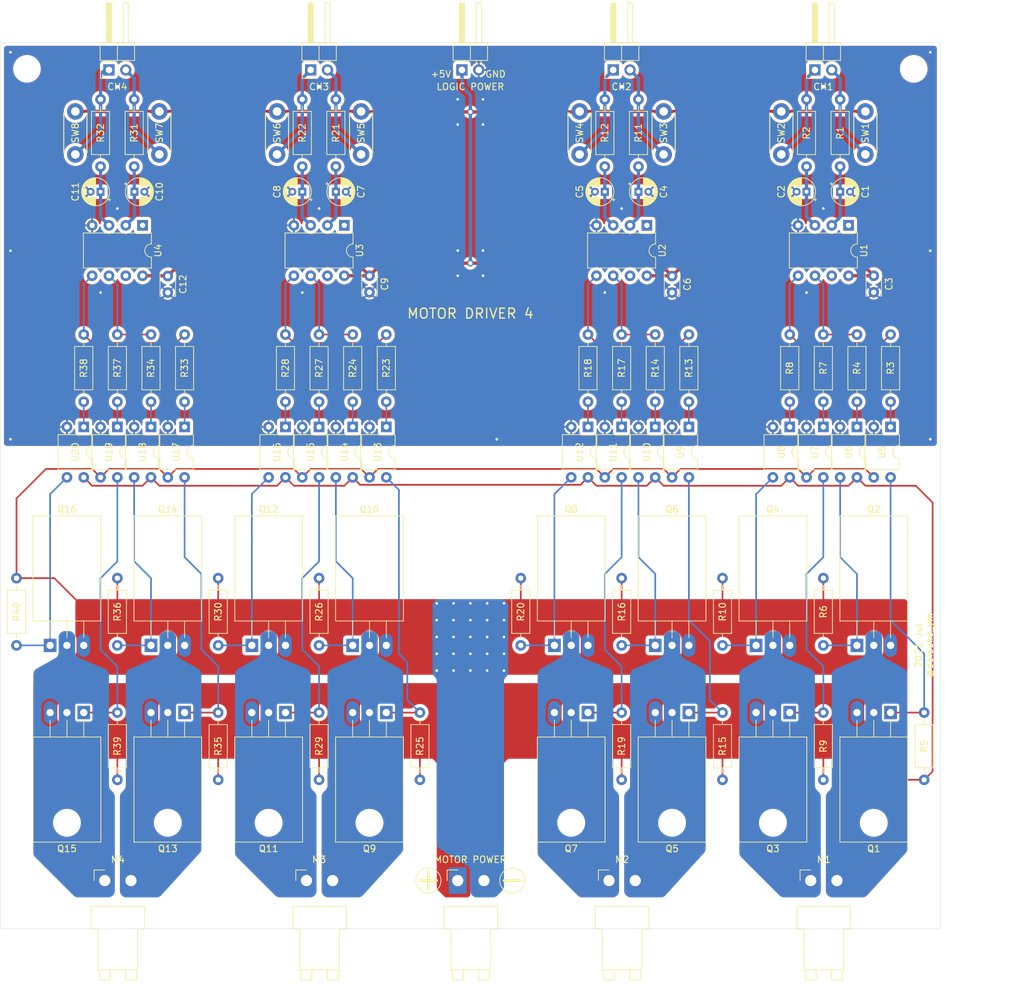
<source format=kicad_pcb>
(kicad_pcb (version 20171130) (host pcbnew "(5.1.6)-1")
  (layers (0 F.Cu signal) (31 B.Cu signal) (34 B.Paste user) (35 F.Paste user) (36 B.SilkS user) (37 F.SilkS user) (38 B.Mask user) (39 F.Mask user) (44 Edge.Cuts user))
  (net 0 "")
  (net 1 /IN1AA)
  (net 2 GND)
  (net 3 /IN1BA)
  (net 4 +5V)
  (net 5 GNDPWR)
  (net 6 +BATT)
  (net 7 /IN1A)
  (net 8 /IN1B)
  (net 9 /IN2A)
  (net 10 /IN2B)
  (net 11 /IN3B)
  (net 12 /IN3A)
  (net 13 /IN4B)
  (net 14 /IN4A)
  (net 15 "Net-(M1-Pad1)")
  (net 16 "Net-(M1-Pad2)")
  (net 17 "Net-(M2-Pad2)")
  (net 18 "Net-(M2-Pad1)")
  (net 19 "Net-(M3-Pad1)")
  (net 20 "Net-(M3-Pad2)")
  (net 21 "Net-(M4-Pad1)")
  (net 22 "Net-(M4-Pad2)")
  (net 23 "Net-(Q1-Pad1)")
  (net 24 "Net-(Q2-Pad1)")
  (net 25 "Net-(Q3-Pad1)")
  (net 26 "Net-(Q4-Pad1)")
  (net 27 "Net-(Q5-Pad1)")
  (net 28 "Net-(Q6-Pad1)")
  (net 29 "Net-(Q7-Pad1)")
  (net 30 "Net-(Q8-Pad1)")
  (net 31 "Net-(Q9-Pad1)")
  (net 32 "Net-(Q10-Pad1)")
  (net 33 "Net-(Q11-Pad1)")
  (net 34 "Net-(Q12-Pad1)")
  (net 35 "Net-(Q13-Pad1)")
  (net 36 "Net-(Q14-Pad1)")
  (net 37 "Net-(Q15-Pad1)")
  (net 38 "Net-(Q16-Pad1)")
  (net 39 "Net-(R3-Pad2)")
  (net 40 /PC1A)
  (net 41 /PC1B)
  (net 42 "Net-(R4-Pad2)")
  (net 43 "Net-(R7-Pad2)")
  (net 44 "Net-(R8-Pad2)")
  (net 45 /PC3A)
  (net 46 "Net-(R13-Pad2)")
  (net 47 "Net-(R14-Pad2)")
  (net 48 /PC3B)
  (net 49 "Net-(R17-Pad2)")
  (net 50 "Net-(R18-Pad2)")
  (net 51 /PC2A)
  (net 52 "Net-(R23-Pad2)")
  (net 53 "Net-(R24-Pad2)")
  (net 54 /PC2B)
  (net 55 "Net-(R27-Pad2)")
  (net 56 "Net-(R28-Pad2)")
  (net 57 "Net-(R33-Pad2)")
  (net 58 /PC4A)
  (net 59 /PC4B)
  (net 60 "Net-(R34-Pad2)")
  (net 61 "Net-(R37-Pad2)")
  (net 62 "Net-(R38-Pad2)")
  (net 63 "Net-(U1-Pad7)")
  (net 64 "Net-(U1-Pad1)")
  (net 65 "Net-(U2-Pad7)")
  (net 66 "Net-(U2-Pad1)")
  (net 67 "Net-(U3-Pad1)")
  (net 68 "Net-(U3-Pad7)")
  (net 69 "Net-(U4-Pad1)")
  (net 70 "Net-(U4-Pad7)")
  (net 71 /IN2AA)
  (net 72 /IN2BA)
  (net 73 /IN3AA)
  (net 74 /IN3BA)
  (net 75 /IN4AA)
  (net 76 /IN4BA)
  (module Package_TO_SOT_THT:TO-220-3_Horizontal_TabDown (layer F.Cu) (at 177.94 110.1626)
    (fp_text reference Q6 (at 2.54 -20.58) (layer F.SilkS))
    (fp_text value Q_NMOS_GDS)
    (pad 3 thru_hole oval (at 5.08 0) (size 1.905 3.5) (drill 1.1) (layers *.Cu *.Mask) (net 5 GNDPWR))
    (pad 2 thru_hole oval (at 2.54 0) (size 1.905 3.5) (drill 1.1) (layers *.Cu *.Mask) (net 17 "Net-(M2-Pad2)"))
    (pad 1 thru_hole rect (at 0 0) (size 1.905 2) (drill 1.1) (layers *.Cu *.Mask) (net 28 "Net-(Q6-Pad1)"))
    (pad "" np_thru_hole oval (at 2.54 -16.66) (size 3.5 3.5) (drill 3.5) (layers *.Cu *.Mask))
  )
  (module MountingHole:MountingHole_3.2mm_M3 (layer F.Cu) (at 83 23)
    (fp_text reference MH3 hide)
    (fp_text value MountingHole_3.2mm_M3)
    (pad 1 np_thru_hole circle (at 0 0) (size 3.2 3.2) (drill 3.2) (layers *.Cu *.Mask))
  )
  (module MountingHole:MountingHole_3.2mm_M3 (layer F.Cu) (at 83 149)
    (fp_text reference MH4 hide)
    (fp_text value MountingHole_3.2mm_M3)
    (pad 1 np_thru_hole circle (at 0 0) (size 3.2 3.2) (drill 3.2) (layers *.Cu *.Mask))
  )
  (module MountingHole:MountingHole_3.2mm_M3 (layer F.Cu) (at 217 149)
    (fp_text reference MH2 hide)
    (fp_text value MountingHole_3.2mm_M3)
    (pad 1 np_thru_hole circle (at 0 0) (size 3.2 3.2) (drill 3.2) (layers *.Cu *.Mask))
  )
  (module MountingHole:MountingHole_3.2mm_M3 (layer F.Cu) (at 217 23)
    (fp_text reference MH1 hide)
    (fp_text value MountingHole_3.2mm_M3)
    (pad 1 np_thru_hole circle (at 0 0) (size 3.2 3.2) (drill 3.2) (layers *.Cu *.Mask))
  )
  (module Capacitor_THT:C_Disc_D3.4mm_W2.1mm_P2.50mm (layer F.Cu) (at 210.96 54.28 270)
    (fp_text reference C3 (at 1.25 -2.3 90) (layer F.SilkS))
    (fp_text value 0.1u)
    (pad 2 thru_hole circle (at 2.5 0 270) (size 1.6 1.6) (drill 0.8) (layers *.Cu *.Mask) (net 2 GND))
    (pad 1 thru_hole circle (at 0 0 270) (size 1.6 1.6) (drill 0.8) (layers *.Cu *.Mask) (net 4 +5V))
  )
  (module Capacitor_THT:C_Disc_D3.4mm_W2.1mm_P2.50mm (layer F.Cu) (at 180.48 54.32 270)
    (fp_text reference C6 (at 1.25 -2.3 90) (layer F.SilkS))
    (fp_text value 0.1u)
    (pad 2 thru_hole circle (at 2.5 0 270) (size 1.6 1.6) (drill 0.8) (layers *.Cu *.Mask) (net 2 GND))
    (pad 1 thru_hole circle (at 0 0 270) (size 1.6 1.6) (drill 0.8) (layers *.Cu *.Mask) (net 4 +5V))
  )
  (module Capacitor_THT:C_Disc_D3.4mm_W2.1mm_P2.50mm (layer F.Cu) (at 134.76 54.28 270)
    (fp_text reference C9 (at 1.25 -2.3 90) (layer F.SilkS))
    (fp_text value 0.1u)
    (pad 2 thru_hole circle (at 2.5 0 270) (size 1.6 1.6) (drill 0.8) (layers *.Cu *.Mask) (net 2 GND))
    (pad 1 thru_hole circle (at 0 0 270) (size 1.6 1.6) (drill 0.8) (layers *.Cu *.Mask) (net 4 +5V))
  )
  (module Capacitor_THT:C_Disc_D3.4mm_W2.1mm_P2.50mm (layer F.Cu) (at 104.28 54.32 270)
    (fp_text reference C12 (at 1.25 -2.3 90) (layer F.SilkS))
    (fp_text value 0.1u)
    (pad 2 thru_hole circle (at 2.5 0 270) (size 1.6 1.6) (drill 0.8) (layers *.Cu *.Mask) (net 2 GND))
    (pad 1 thru_hole circle (at 0 0 270) (size 1.6 1.6) (drill 0.8) (layers *.Cu *.Mask) (net 4 +5V))
  )
  (module Connector_JST:JST_VH_B2PS-VH_1x02_P3.96mm_Horizontal (layer F.Cu) (at 148.095 145.7226)
    (fp_text reference J1 hide)
    (fp_text value "Motor Power")
    (pad 2 thru_hole roundrect (at 3.96 0) (size 2.7 4) (drill 1.7) (layers *.Cu *.Mask) (roundrect_rratio 0.09300000000000001) (net 5 GNDPWR))
    (pad 1 thru_hole roundrect (at 0 0) (size 2.7 4) (drill 1.7) (layers *.Cu *.Mask) (roundrect_rratio 0.09300000000000001) (net 6 +BATT))
  )
  (module Connector_PinHeader_2.54mm:PinHeader_1x02_P2.54mm_Horizontal (layer F.Cu) (at 148.73 23.165 90)
    (fp_text reference J2 hide)
    (fp_text value "Logic Power")
    (pad 2 thru_hole oval (at 0 2.54 90) (size 1.7 1.7) (drill 1) (layers *.Cu *.Mask) (net 2 GND))
    (pad 1 thru_hole rect (at 0 0 90) (size 1.7 1.7) (drill 1) (layers *.Cu *.Mask) (net 4 +5V))
  )
  (module Connector_PinHeader_2.54mm:PinHeader_1x02_P2.54mm_Horizontal (layer F.Cu) (at 202.07 23.165 90)
    (fp_text reference J3 hide)
    (fp_text value "Input Ch1")
    (pad 2 thru_hole oval (at 0 2.54 90) (size 1.7 1.7) (drill 1) (layers *.Cu *.Mask) (net 7 /IN1A))
    (pad 1 thru_hole rect (at 0 0 90) (size 1.7 1.7) (drill 1) (layers *.Cu *.Mask) (net 8 /IN1B))
  )
  (module Connector_PinHeader_2.54mm:PinHeader_1x02_P2.54mm_Horizontal (layer F.Cu) (at 171.59 23.165 90)
    (fp_text reference J4 hide)
    (fp_text value "Input Ch2")
    (pad 2 thru_hole oval (at 0 2.54 90) (size 1.7 1.7) (drill 1) (layers *.Cu *.Mask) (net 9 /IN2A))
    (pad 1 thru_hole rect (at 0 0 90) (size 1.7 1.7) (drill 1) (layers *.Cu *.Mask) (net 10 /IN2B))
  )
  (module Connector_PinHeader_2.54mm:PinHeader_1x02_P2.54mm_Horizontal (layer F.Cu) (at 125.87 23.165 90)
    (fp_text reference J5 hide)
    (fp_text value "Input Ch3")
    (pad 2 thru_hole oval (at 0 2.54 90) (size 1.7 1.7) (drill 1) (layers *.Cu *.Mask) (net 12 /IN3A))
    (pad 1 thru_hole rect (at 0 0 90) (size 1.7 1.7) (drill 1) (layers *.Cu *.Mask) (net 11 /IN3B))
  )
  (module Connector_PinHeader_2.54mm:PinHeader_1x02_P2.54mm_Horizontal (layer F.Cu) (at 95.39 23.165 90)
    (fp_text reference J6 hide)
    (fp_text value "Input Ch4")
    (pad 2 thru_hole oval (at 0 2.54 90) (size 1.7 1.7) (drill 1) (layers *.Cu *.Mask) (net 14 /IN4A))
    (pad 1 thru_hole rect (at 0 0 90) (size 1.7 1.7) (drill 1) (layers *.Cu *.Mask) (net 13 /IN4B))
  )
  (module Connector_JST:JST_VH_B2PS-VH_1x02_P3.96mm_Horizontal (layer F.Cu) (at 201.435 145.7226)
    (fp_text reference M1 (at 1.98 -3.1776) (layer F.SilkS))
    (fp_text value Motor_DC)
    (pad 2 thru_hole roundrect (at 3.96 0) (size 2.7 4) (drill 1.7) (layers *.Cu *.Mask) (roundrect_rratio 0.09300000000000001) (net 16 "Net-(M1-Pad2)"))
    (pad 1 thru_hole roundrect (at 0 0) (size 2.7 4) (drill 1.7) (layers *.Cu *.Mask) (roundrect_rratio 0.09300000000000001) (net 15 "Net-(M1-Pad1)"))
  )
  (module Connector_JST:JST_VH_B2PS-VH_1x02_P3.96mm_Horizontal (layer F.Cu) (at 170.955 145.7226)
    (fp_text reference M2 (at 1.98 -3.1776) (layer F.SilkS))
    (fp_text value Motor_DC)
    (pad 2 thru_hole roundrect (at 3.96 0) (size 2.7 4) (drill 1.7) (layers *.Cu *.Mask) (roundrect_rratio 0.09300000000000001) (net 17 "Net-(M2-Pad2)"))
    (pad 1 thru_hole roundrect (at 0 0) (size 2.7 4) (drill 1.7) (layers *.Cu *.Mask) (roundrect_rratio 0.09300000000000001) (net 18 "Net-(M2-Pad1)"))
  )
  (module Connector_JST:JST_VH_B2PS-VH_1x02_P3.96mm_Horizontal (layer F.Cu) (at 125.235 145.7226)
    (fp_text reference M3 (at 1.905 -3.1776) (layer F.SilkS))
    (fp_text value Motor_DC)
    (pad 2 thru_hole roundrect (at 3.96 0) (size 2.7 4) (drill 1.7) (layers *.Cu *.Mask) (roundrect_rratio 0.09300000000000001) (net 20 "Net-(M3-Pad2)"))
    (pad 1 thru_hole roundrect (at 0 0) (size 2.7 4) (drill 1.7) (layers *.Cu *.Mask) (roundrect_rratio 0.09300000000000001) (net 19 "Net-(M3-Pad1)"))
  )
  (module Connector_JST:JST_VH_B2PS-VH_1x02_P3.96mm_Horizontal (layer F.Cu) (at 94.755 145.7226)
    (fp_text reference M4 (at 1.98 -3.1776) (layer F.SilkS))
    (fp_text value Motor_DC)
    (pad 2 thru_hole roundrect (at 3.96 0) (size 2.7 4) (drill 1.7) (layers *.Cu *.Mask) (roundrect_rratio 0.09300000000000001) (net 22 "Net-(M4-Pad2)"))
    (pad 1 thru_hole roundrect (at 0 0) (size 2.7 4) (drill 1.7) (layers *.Cu *.Mask) (roundrect_rratio 0.09300000000000001) (net 21 "Net-(M4-Pad1)"))
  )
  (module Package_TO_SOT_THT:TO-220-3_Horizontal_TabDown (layer F.Cu) (at 213.5 120.3226 180)
    (fp_text reference Q1 (at 2.54 -20.58) (layer F.SilkS))
    (fp_text value Q_PMOS_GDS)
    (pad 3 thru_hole oval (at 5.08 0 180) (size 1.905 3.5) (drill 1.1) (layers *.Cu *.Mask) (net 6 +BATT))
    (pad 2 thru_hole oval (at 2.54 0 180) (size 1.905 3.5) (drill 1.1) (layers *.Cu *.Mask) (net 16 "Net-(M1-Pad2)"))
    (pad 1 thru_hole rect (at 0 0 180) (size 1.905 2) (drill 1.1) (layers *.Cu *.Mask) (net 23 "Net-(Q1-Pad1)"))
    (pad "" np_thru_hole oval (at 2.54 -16.66 180) (size 3.5 3.5) (drill 3.5) (layers *.Cu *.Mask))
  )
  (module Package_TO_SOT_THT:TO-220-3_Horizontal_TabDown (layer F.Cu) (at 208.42 110.1626)
    (fp_text reference Q2 (at 2.54 -20.58) (layer F.SilkS))
    (fp_text value Q_NMOS_GDS)
    (pad 3 thru_hole oval (at 5.08 0) (size 1.905 3.5) (drill 1.1) (layers *.Cu *.Mask) (net 5 GNDPWR))
    (pad 2 thru_hole oval (at 2.54 0) (size 1.905 3.5) (drill 1.1) (layers *.Cu *.Mask) (net 16 "Net-(M1-Pad2)"))
    (pad 1 thru_hole rect (at 0 0) (size 1.905 2) (drill 1.1) (layers *.Cu *.Mask) (net 24 "Net-(Q2-Pad1)"))
    (pad "" np_thru_hole oval (at 2.54 -16.66) (size 3.5 3.5) (drill 3.5) (layers *.Cu *.Mask))
  )
  (module Package_TO_SOT_THT:TO-220-3_Horizontal_TabDown (layer F.Cu) (at 198.26 120.3226 180)
    (fp_text reference Q3 (at 2.54 -20.58) (layer F.SilkS))
    (fp_text value Q_PMOS_GDS)
    (pad 3 thru_hole oval (at 5.08 0 180) (size 1.905 3.5) (drill 1.1) (layers *.Cu *.Mask) (net 6 +BATT))
    (pad 2 thru_hole oval (at 2.54 0 180) (size 1.905 3.5) (drill 1.1) (layers *.Cu *.Mask) (net 15 "Net-(M1-Pad1)"))
    (pad 1 thru_hole rect (at 0 0 180) (size 1.905 2) (drill 1.1) (layers *.Cu *.Mask) (net 25 "Net-(Q3-Pad1)"))
    (pad "" np_thru_hole oval (at 2.54 -16.66 180) (size 3.5 3.5) (drill 3.5) (layers *.Cu *.Mask))
  )
  (module Package_TO_SOT_THT:TO-220-3_Horizontal_TabDown (layer F.Cu) (at 193.18 110.1626)
    (fp_text reference Q4 (at 2.54 -20.58) (layer F.SilkS))
    (fp_text value Q_NMOS_GDS)
    (pad 3 thru_hole oval (at 5.08 0) (size 1.905 3.5) (drill 1.1) (layers *.Cu *.Mask) (net 5 GNDPWR))
    (pad 2 thru_hole oval (at 2.54 0) (size 1.905 3.5) (drill 1.1) (layers *.Cu *.Mask) (net 15 "Net-(M1-Pad1)"))
    (pad 1 thru_hole rect (at 0 0) (size 1.905 2) (drill 1.1) (layers *.Cu *.Mask) (net 26 "Net-(Q4-Pad1)"))
    (pad "" np_thru_hole oval (at 2.54 -16.66) (size 3.5 3.5) (drill 3.5) (layers *.Cu *.Mask))
  )
  (module Package_TO_SOT_THT:TO-220-3_Horizontal_TabDown (layer F.Cu) (at 183.02 120.3226 180)
    (fp_text reference Q5 (at 2.54 -20.58) (layer F.SilkS))
    (fp_text value Q_PMOS_GDS)
    (pad 3 thru_hole oval (at 5.08 0 180) (size 1.905 3.5) (drill 1.1) (layers *.Cu *.Mask) (net 6 +BATT))
    (pad 2 thru_hole oval (at 2.54 0 180) (size 1.905 3.5) (drill 1.1) (layers *.Cu *.Mask) (net 17 "Net-(M2-Pad2)"))
    (pad 1 thru_hole rect (at 0 0 180) (size 1.905 2) (drill 1.1) (layers *.Cu *.Mask) (net 27 "Net-(Q5-Pad1)"))
    (pad "" np_thru_hole oval (at 2.54 -16.66 180) (size 3.5 3.5) (drill 3.5) (layers *.Cu *.Mask))
  )
  (module Package_TO_SOT_THT:TO-220-3_Horizontal_TabDown (layer F.Cu) (at 167.78 120.3226 180)
    (fp_text reference Q7 (at 2.54 -20.58) (layer F.SilkS))
    (fp_text value Q_PMOS_GDS)
    (pad 3 thru_hole oval (at 5.08 0 180) (size 1.905 3.5) (drill 1.1) (layers *.Cu *.Mask) (net 6 +BATT))
    (pad 2 thru_hole oval (at 2.54 0 180) (size 1.905 3.5) (drill 1.1) (layers *.Cu *.Mask) (net 18 "Net-(M2-Pad1)"))
    (pad 1 thru_hole rect (at 0 0 180) (size 1.905 2) (drill 1.1) (layers *.Cu *.Mask) (net 29 "Net-(Q7-Pad1)"))
    (pad "" np_thru_hole oval (at 2.54 -16.66 180) (size 3.5 3.5) (drill 3.5) (layers *.Cu *.Mask))
  )
  (module Package_TO_SOT_THT:TO-220-3_Horizontal_TabDown (layer F.Cu) (at 162.7 110.1626)
    (fp_text reference Q8 (at 2.54 -20.58) (layer F.SilkS))
    (fp_text value Q_NMOS_GDS)
    (pad 3 thru_hole oval (at 5.08 0) (size 1.905 3.5) (drill 1.1) (layers *.Cu *.Mask) (net 5 GNDPWR))
    (pad 2 thru_hole oval (at 2.54 0) (size 1.905 3.5) (drill 1.1) (layers *.Cu *.Mask) (net 18 "Net-(M2-Pad1)"))
    (pad 1 thru_hole rect (at 0 0) (size 1.905 2) (drill 1.1) (layers *.Cu *.Mask) (net 30 "Net-(Q8-Pad1)"))
    (pad "" np_thru_hole oval (at 2.54 -16.66) (size 3.5 3.5) (drill 3.5) (layers *.Cu *.Mask))
  )
  (module Package_TO_SOT_THT:TO-220-3_Horizontal_TabDown (layer F.Cu) (at 137.3 120.3226 180)
    (fp_text reference Q9 (at 2.54 -20.58) (layer F.SilkS))
    (fp_text value Q_PMOS_GDS)
    (pad 3 thru_hole oval (at 5.08 0 180) (size 1.905 3.5) (drill 1.1) (layers *.Cu *.Mask) (net 6 +BATT))
    (pad 2 thru_hole oval (at 2.54 0 180) (size 1.905 3.5) (drill 1.1) (layers *.Cu *.Mask) (net 20 "Net-(M3-Pad2)"))
    (pad 1 thru_hole rect (at 0 0 180) (size 1.905 2) (drill 1.1) (layers *.Cu *.Mask) (net 31 "Net-(Q9-Pad1)"))
    (pad "" np_thru_hole oval (at 2.54 -16.66 180) (size 3.5 3.5) (drill 3.5) (layers *.Cu *.Mask))
  )
  (module Package_TO_SOT_THT:TO-220-3_Horizontal_TabDown (layer F.Cu) (at 132.22 110.1626)
    (fp_text reference Q10 (at 2.54 -20.58) (layer F.SilkS))
    (fp_text value Q_NMOS_GDS)
    (pad 3 thru_hole oval (at 5.08 0) (size 1.905 3.5) (drill 1.1) (layers *.Cu *.Mask) (net 5 GNDPWR))
    (pad 2 thru_hole oval (at 2.54 0) (size 1.905 3.5) (drill 1.1) (layers *.Cu *.Mask) (net 20 "Net-(M3-Pad2)"))
    (pad 1 thru_hole rect (at 0 0) (size 1.905 2) (drill 1.1) (layers *.Cu *.Mask) (net 32 "Net-(Q10-Pad1)"))
    (pad "" np_thru_hole oval (at 2.54 -16.66) (size 3.5 3.5) (drill 3.5) (layers *.Cu *.Mask))
  )
  (module Package_TO_SOT_THT:TO-220-3_Horizontal_TabDown (layer F.Cu) (at 122.06 120.3226 180)
    (fp_text reference Q11 (at 2.54 -20.58) (layer F.SilkS))
    (fp_text value Q_PMOS_GDS)
    (pad 3 thru_hole oval (at 5.08 0 180) (size 1.905 3.5) (drill 1.1) (layers *.Cu *.Mask) (net 6 +BATT))
    (pad 2 thru_hole oval (at 2.54 0 180) (size 1.905 3.5) (drill 1.1) (layers *.Cu *.Mask) (net 19 "Net-(M3-Pad1)"))
    (pad 1 thru_hole rect (at 0 0 180) (size 1.905 2) (drill 1.1) (layers *.Cu *.Mask) (net 33 "Net-(Q11-Pad1)"))
    (pad "" np_thru_hole oval (at 2.54 -16.66 180) (size 3.5 3.5) (drill 3.5) (layers *.Cu *.Mask))
  )
  (module Package_TO_SOT_THT:TO-220-3_Horizontal_TabDown (layer F.Cu) (at 116.98 110.1626)
    (fp_text reference Q12 (at 2.54 -20.58) (layer F.SilkS))
    (fp_text value Q_NMOS_GDS)
    (pad 3 thru_hole oval (at 5.08 0) (size 1.905 3.5) (drill 1.1) (layers *.Cu *.Mask) (net 5 GNDPWR))
    (pad 2 thru_hole oval (at 2.54 0) (size 1.905 3.5) (drill 1.1) (layers *.Cu *.Mask) (net 19 "Net-(M3-Pad1)"))
    (pad 1 thru_hole rect (at 0 0) (size 1.905 2) (drill 1.1) (layers *.Cu *.Mask) (net 34 "Net-(Q12-Pad1)"))
    (pad "" np_thru_hole oval (at 2.54 -16.66) (size 3.5 3.5) (drill 3.5) (layers *.Cu *.Mask))
  )
  (module Package_TO_SOT_THT:TO-220-3_Horizontal_TabDown (layer F.Cu) (at 106.82 120.3226 180)
    (fp_text reference Q13 (at 2.54 -20.58) (layer F.SilkS))
    (fp_text value Q_PMOS_GDS)
    (pad 3 thru_hole oval (at 5.08 0 180) (size 1.905 3.5) (drill 1.1) (layers *.Cu *.Mask) (net 6 +BATT))
    (pad 2 thru_hole oval (at 2.54 0 180) (size 1.905 3.5) (drill 1.1) (layers *.Cu *.Mask) (net 22 "Net-(M4-Pad2)"))
    (pad 1 thru_hole rect (at 0 0 180) (size 1.905 2) (drill 1.1) (layers *.Cu *.Mask) (net 35 "Net-(Q13-Pad1)"))
    (pad "" np_thru_hole oval (at 2.54 -16.66 180) (size 3.5 3.5) (drill 3.5) (layers *.Cu *.Mask))
  )
  (module Package_TO_SOT_THT:TO-220-3_Horizontal_TabDown (layer F.Cu) (at 101.74 110.1626)
    (fp_text reference Q14 (at 2.54 -20.58) (layer F.SilkS))
    (fp_text value Q_NMOS_GDS)
    (pad 3 thru_hole oval (at 5.08 0) (size 1.905 3.5) (drill 1.1) (layers *.Cu *.Mask) (net 5 GNDPWR))
    (pad 2 thru_hole oval (at 2.54 0) (size 1.905 3.5) (drill 1.1) (layers *.Cu *.Mask) (net 22 "Net-(M4-Pad2)"))
    (pad 1 thru_hole rect (at 0 0) (size 1.905 2) (drill 1.1) (layers *.Cu *.Mask) (net 36 "Net-(Q14-Pad1)"))
    (pad "" np_thru_hole oval (at 2.54 -16.66) (size 3.5 3.5) (drill 3.5) (layers *.Cu *.Mask))
  )
  (module Package_TO_SOT_THT:TO-220-3_Horizontal_TabDown (layer F.Cu) (at 91.58 120.3226 180)
    (fp_text reference Q15 (at 2.54 -20.58) (layer F.SilkS))
    (fp_text value Q_PMOS_GDS)
    (pad 3 thru_hole oval (at 5.08 0 180) (size 1.905 3.5) (drill 1.1) (layers *.Cu *.Mask) (net 6 +BATT))
    (pad 2 thru_hole oval (at 2.54 0 180) (size 1.905 3.5) (drill 1.1) (layers *.Cu *.Mask) (net 21 "Net-(M4-Pad1)"))
    (pad 1 thru_hole rect (at 0 0 180) (size 1.905 2) (drill 1.1) (layers *.Cu *.Mask) (net 37 "Net-(Q15-Pad1)"))
    (pad "" np_thru_hole oval (at 2.54 -16.66 180) (size 3.5 3.5) (drill 3.5) (layers *.Cu *.Mask))
  )
  (module Package_TO_SOT_THT:TO-220-3_Horizontal_TabDown (layer F.Cu) (at 86.5 110.1626)
    (fp_text reference Q16 (at 2.54 -20.58) (layer F.SilkS))
    (fp_text value Q_NMOS_GDS)
    (pad 3 thru_hole oval (at 5.08 0) (size 1.905 3.5) (drill 1.1) (layers *.Cu *.Mask) (net 5 GNDPWR))
    (pad 2 thru_hole oval (at 2.54 0) (size 1.905 3.5) (drill 1.1) (layers *.Cu *.Mask) (net 21 "Net-(M4-Pad1)"))
    (pad 1 thru_hole rect (at 0 0) (size 1.905 2) (drill 1.1) (layers *.Cu *.Mask) (net 38 "Net-(Q16-Pad1)"))
    (pad "" np_thru_hole oval (at 2.54 -16.66) (size 3.5 3.5) (drill 3.5) (layers *.Cu *.Mask))
  )
  (module Resistor_THT:R_Axial_DIN0207_L6.3mm_D2.5mm_P10.16mm_Horizontal (layer F.Cu) (at 205.88 27.61 270)
    (fp_text reference R1 (at 5.08 0 90) (layer F.SilkS))
    (fp_text value 4k7)
    (pad 2 thru_hole oval (at 10.16 0 270) (size 1.6 1.6) (drill 0.8) (layers *.Cu *.Mask) (net 1 /IN1AA))
    (pad 1 thru_hole circle (at 0 0 270) (size 1.6 1.6) (drill 0.8) (layers *.Cu *.Mask) (net 7 /IN1A))
  )
  (module Resistor_THT:R_Axial_DIN0207_L6.3mm_D2.5mm_P10.16mm_Horizontal (layer F.Cu) (at 200.8 27.61 270)
    (fp_text reference R2 (at 5.08 0 90) (layer F.SilkS))
    (fp_text value 4k7)
    (pad 2 thru_hole oval (at 10.16 0 270) (size 1.6 1.6) (drill 0.8) (layers *.Cu *.Mask) (net 3 /IN1BA))
    (pad 1 thru_hole circle (at 0 0 270) (size 1.6 1.6) (drill 0.8) (layers *.Cu *.Mask) (net 8 /IN1B))
  )
  (module Resistor_THT:R_Axial_DIN0207_L6.3mm_D2.5mm_P10.16mm_Horizontal (layer F.Cu) (at 213.5 63.1676 270)
    (fp_text reference R3 (at 5.08 0 90) (layer F.SilkS))
    (fp_text value 330)
    (pad 2 thru_hole oval (at 10.16 0 270) (size 1.6 1.6) (drill 0.8) (layers *.Cu *.Mask) (net 39 "Net-(R3-Pad2)"))
    (pad 1 thru_hole circle (at 0 0 270) (size 1.6 1.6) (drill 0.8) (layers *.Cu *.Mask) (net 40 /PC1A))
  )
  (module Resistor_THT:R_Axial_DIN0207_L6.3mm_D2.5mm_P10.16mm_Horizontal (layer F.Cu) (at 208.42 63.1676 270)
    (fp_text reference R4 (at 5.08 0 90) (layer F.SilkS))
    (fp_text value 330)
    (pad 2 thru_hole oval (at 10.16 0 270) (size 1.6 1.6) (drill 0.8) (layers *.Cu *.Mask) (net 42 "Net-(R4-Pad2)"))
    (pad 1 thru_hole circle (at 0 0 270) (size 1.6 1.6) (drill 0.8) (layers *.Cu *.Mask) (net 41 /PC1B))
  )
  (module Resistor_THT:R_Axial_DIN0207_L6.3mm_D2.5mm_P10.16mm_Horizontal (layer F.Cu) (at 218.58 120.3226 270)
    (fp_text reference R5 (at 5.08 0 90) (layer F.SilkS))
    (fp_text value 2k2)
    (pad 2 thru_hole oval (at 10.16 0 270) (size 1.6 1.6) (drill 0.8) (layers *.Cu *.Mask) (net 6 +BATT))
    (pad 1 thru_hole circle (at 0 0 270) (size 1.6 1.6) (drill 0.8) (layers *.Cu *.Mask) (net 23 "Net-(Q1-Pad1)"))
  )
  (module Resistor_THT:R_Axial_DIN0207_L6.3mm_D2.5mm_P10.16mm_Horizontal (layer F.Cu) (at 203.34 100.0026 270)
    (fp_text reference R6 (at 5.08 0 90) (layer F.SilkS))
    (fp_text value 2k2)
    (pad 2 thru_hole oval (at 10.16 0 270) (size 1.6 1.6) (drill 0.8) (layers *.Cu *.Mask) (net 24 "Net-(Q2-Pad1)"))
    (pad 1 thru_hole circle (at 0 0 270) (size 1.6 1.6) (drill 0.8) (layers *.Cu *.Mask) (net 5 GNDPWR))
  )
  (module Resistor_THT:R_Axial_DIN0207_L6.3mm_D2.5mm_P10.16mm_Horizontal (layer F.Cu) (at 203.34 63.1676 270)
    (fp_text reference R7 (at 5.08 0 90) (layer F.SilkS))
    (fp_text value 330)
    (pad 2 thru_hole oval (at 10.16 0 270) (size 1.6 1.6) (drill 0.8) (layers *.Cu *.Mask) (net 43 "Net-(R7-Pad2)"))
    (pad 1 thru_hole circle (at 0 0 270) (size 1.6 1.6) (drill 0.8) (layers *.Cu *.Mask) (net 41 /PC1B))
  )
  (module Resistor_THT:R_Axial_DIN0207_L6.3mm_D2.5mm_P10.16mm_Horizontal (layer F.Cu) (at 198.26 63.1676 270)
    (fp_text reference R8 (at 5.08 0 90) (layer F.SilkS))
    (fp_text value 330)
    (pad 2 thru_hole oval (at 10.16 0 270) (size 1.6 1.6) (drill 0.8) (layers *.Cu *.Mask) (net 44 "Net-(R8-Pad2)"))
    (pad 1 thru_hole circle (at 0 0 270) (size 1.6 1.6) (drill 0.8) (layers *.Cu *.Mask) (net 40 /PC1A))
  )
  (module Resistor_THT:R_Axial_DIN0207_L6.3mm_D2.5mm_P10.16mm_Horizontal (layer F.Cu) (at 203.34 120.3226 270)
    (fp_text reference R9 (at 5.08 0 90) (layer F.SilkS))
    (fp_text value 2k2)
    (pad 2 thru_hole oval (at 10.16 0 270) (size 1.6 1.6) (drill 0.8) (layers *.Cu *.Mask) (net 6 +BATT))
    (pad 1 thru_hole circle (at 0 0 270) (size 1.6 1.6) (drill 0.8) (layers *.Cu *.Mask) (net 25 "Net-(Q3-Pad1)"))
  )
  (module Resistor_THT:R_Axial_DIN0207_L6.3mm_D2.5mm_P10.16mm_Horizontal (layer F.Cu) (at 188.1 100.0026 270)
    (fp_text reference R10 (at 5.08 0 90) (layer F.SilkS))
    (fp_text value 2k2)
    (pad 2 thru_hole oval (at 10.16 0 270) (size 1.6 1.6) (drill 0.8) (layers *.Cu *.Mask) (net 26 "Net-(Q4-Pad1)"))
    (pad 1 thru_hole circle (at 0 0 270) (size 1.6 1.6) (drill 0.8) (layers *.Cu *.Mask) (net 5 GNDPWR))
  )
  (module Resistor_THT:R_Axial_DIN0207_L6.3mm_D2.5mm_P10.16mm_Horizontal (layer F.Cu) (at 175.4 27.61 270)
    (fp_text reference R11 (at 5.08 0 90) (layer F.SilkS))
    (fp_text value 4k7)
    (pad 2 thru_hole oval (at 10.16 0 270) (size 1.6 1.6) (drill 0.8) (layers *.Cu *.Mask) (net 71 /IN2AA))
    (pad 1 thru_hole circle (at 0 0 270) (size 1.6 1.6) (drill 0.8) (layers *.Cu *.Mask) (net 9 /IN2A))
  )
  (module Resistor_THT:R_Axial_DIN0207_L6.3mm_D2.5mm_P10.16mm_Horizontal (layer F.Cu) (at 170.32 27.61 270)
    (fp_text reference R12 (at 5.08 0 90) (layer F.SilkS))
    (fp_text value 4k7)
    (pad 2 thru_hole oval (at 10.16 0 270) (size 1.6 1.6) (drill 0.8) (layers *.Cu *.Mask) (net 72 /IN2BA))
    (pad 1 thru_hole circle (at 0 0 270) (size 1.6 1.6) (drill 0.8) (layers *.Cu *.Mask) (net 10 /IN2B))
  )
  (module Resistor_THT:R_Axial_DIN0207_L6.3mm_D2.5mm_P10.16mm_Horizontal (layer F.Cu) (at 183.02 63.1676 270)
    (fp_text reference R13 (at 5.08 0 90) (layer F.SilkS))
    (fp_text value 330)
    (pad 2 thru_hole oval (at 10.16 0 270) (size 1.6 1.6) (drill 0.8) (layers *.Cu *.Mask) (net 46 "Net-(R13-Pad2)"))
    (pad 1 thru_hole circle (at 0 0 270) (size 1.6 1.6) (drill 0.8) (layers *.Cu *.Mask) (net 51 /PC2A))
  )
  (module Resistor_THT:R_Axial_DIN0207_L6.3mm_D2.5mm_P10.16mm_Horizontal (layer F.Cu) (at 177.94 63.1676 270)
    (fp_text reference R14 (at 5.08 0 90) (layer F.SilkS))
    (fp_text value 330)
    (pad 2 thru_hole oval (at 10.16 0 270) (size 1.6 1.6) (drill 0.8) (layers *.Cu *.Mask) (net 47 "Net-(R14-Pad2)"))
    (pad 1 thru_hole circle (at 0 0 270) (size 1.6 1.6) (drill 0.8) (layers *.Cu *.Mask) (net 54 /PC2B))
  )
  (module Resistor_THT:R_Axial_DIN0207_L6.3mm_D2.5mm_P10.16mm_Horizontal (layer F.Cu) (at 188.1 120.3226 270)
    (fp_text reference R15 (at 5.08 0 90) (layer F.SilkS))
    (fp_text value 2k2)
    (pad 2 thru_hole oval (at 10.16 0 270) (size 1.6 1.6) (drill 0.8) (layers *.Cu *.Mask) (net 6 +BATT))
    (pad 1 thru_hole circle (at 0 0 270) (size 1.6 1.6) (drill 0.8) (layers *.Cu *.Mask) (net 27 "Net-(Q5-Pad1)"))
  )
  (module Resistor_THT:R_Axial_DIN0207_L6.3mm_D2.5mm_P10.16mm_Horizontal (layer F.Cu) (at 172.86 100.0026 270)
    (fp_text reference R16 (at 5.08 0 90) (layer F.SilkS))
    (fp_text value 2k2)
    (pad 2 thru_hole oval (at 10.16 0 270) (size 1.6 1.6) (drill 0.8) (layers *.Cu *.Mask) (net 28 "Net-(Q6-Pad1)"))
    (pad 1 thru_hole circle (at 0 0 270) (size 1.6 1.6) (drill 0.8) (layers *.Cu *.Mask) (net 5 GNDPWR))
  )
  (module Resistor_THT:R_Axial_DIN0207_L6.3mm_D2.5mm_P10.16mm_Horizontal (layer F.Cu) (at 172.86 63.1676 270)
    (fp_text reference R17 (at 5.08 0 90) (layer F.SilkS))
    (fp_text value 330)
    (pad 2 thru_hole oval (at 10.16 0 270) (size 1.6 1.6) (drill 0.8) (layers *.Cu *.Mask) (net 49 "Net-(R17-Pad2)"))
    (pad 1 thru_hole circle (at 0 0 270) (size 1.6 1.6) (drill 0.8) (layers *.Cu *.Mask) (net 54 /PC2B))
  )
  (module Resistor_THT:R_Axial_DIN0207_L6.3mm_D2.5mm_P10.16mm_Horizontal (layer F.Cu) (at 167.78 63.1676 270)
    (fp_text reference R18 (at 5.08 0 90) (layer F.SilkS))
    (fp_text value 330)
    (pad 2 thru_hole oval (at 10.16 0 270) (size 1.6 1.6) (drill 0.8) (layers *.Cu *.Mask) (net 50 "Net-(R18-Pad2)"))
    (pad 1 thru_hole circle (at 0 0 270) (size 1.6 1.6) (drill 0.8) (layers *.Cu *.Mask) (net 51 /PC2A))
  )
  (module Resistor_THT:R_Axial_DIN0207_L6.3mm_D2.5mm_P10.16mm_Horizontal (layer F.Cu) (at 172.86 120.3226 270)
    (fp_text reference R19 (at 5.08 0 90) (layer F.SilkS))
    (fp_text value 2k2)
    (pad 2 thru_hole oval (at 10.16 0 270) (size 1.6 1.6) (drill 0.8) (layers *.Cu *.Mask) (net 6 +BATT))
    (pad 1 thru_hole circle (at 0 0 270) (size 1.6 1.6) (drill 0.8) (layers *.Cu *.Mask) (net 29 "Net-(Q7-Pad1)"))
  )
  (module Resistor_THT:R_Axial_DIN0207_L6.3mm_D2.5mm_P10.16mm_Horizontal (layer F.Cu) (at 157.62 100.0026 270)
    (fp_text reference R20 (at 5.08 0 90) (layer F.SilkS))
    (fp_text value 2k2)
    (pad 2 thru_hole oval (at 10.16 0 270) (size 1.6 1.6) (drill 0.8) (layers *.Cu *.Mask) (net 30 "Net-(Q8-Pad1)"))
    (pad 1 thru_hole circle (at 0 0 270) (size 1.6 1.6) (drill 0.8) (layers *.Cu *.Mask) (net 5 GNDPWR))
  )
  (module Resistor_THT:R_Axial_DIN0207_L6.3mm_D2.5mm_P10.16mm_Horizontal (layer F.Cu) (at 129.68 27.61 270)
    (fp_text reference R21 (at 5.08 0 90) (layer F.SilkS))
    (fp_text value 4k7)
    (pad 2 thru_hole oval (at 10.16 0 270) (size 1.6 1.6) (drill 0.8) (layers *.Cu *.Mask) (net 73 /IN3AA))
    (pad 1 thru_hole circle (at 0 0 270) (size 1.6 1.6) (drill 0.8) (layers *.Cu *.Mask) (net 12 /IN3A))
  )
  (module Resistor_THT:R_Axial_DIN0207_L6.3mm_D2.5mm_P10.16mm_Horizontal (layer F.Cu) (at 124.6 27.61 270)
    (fp_text reference R22 (at 5.08 0 90) (layer F.SilkS))
    (fp_text value 4k7)
    (pad 2 thru_hole oval (at 10.16 0 270) (size 1.6 1.6) (drill 0.8) (layers *.Cu *.Mask) (net 74 /IN3BA))
    (pad 1 thru_hole circle (at 0 0 270) (size 1.6 1.6) (drill 0.8) (layers *.Cu *.Mask) (net 11 /IN3B))
  )
  (module Resistor_THT:R_Axial_DIN0207_L6.3mm_D2.5mm_P10.16mm_Horizontal (layer F.Cu) (at 137.3 63.1676 270)
    (fp_text reference R23 (at 5.08 0 90) (layer F.SilkS))
    (fp_text value 330)
    (pad 2 thru_hole oval (at 10.16 0 270) (size 1.6 1.6) (drill 0.8) (layers *.Cu *.Mask) (net 52 "Net-(R23-Pad2)"))
    (pad 1 thru_hole circle (at 0 0 270) (size 1.6 1.6) (drill 0.8) (layers *.Cu *.Mask) (net 45 /PC3A))
  )
  (module Resistor_THT:R_Axial_DIN0207_L6.3mm_D2.5mm_P10.16mm_Horizontal (layer F.Cu) (at 132.22 63.1676 270)
    (fp_text reference R24 (at 5.08 0 90) (layer F.SilkS))
    (fp_text value 330)
    (pad 2 thru_hole oval (at 10.16 0 270) (size 1.6 1.6) (drill 0.8) (layers *.Cu *.Mask) (net 53 "Net-(R24-Pad2)"))
    (pad 1 thru_hole circle (at 0 0 270) (size 1.6 1.6) (drill 0.8) (layers *.Cu *.Mask) (net 48 /PC3B))
  )
  (module Resistor_THT:R_Axial_DIN0207_L6.3mm_D2.5mm_P10.16mm_Horizontal (layer F.Cu) (at 142.38 120.3226 270)
    (fp_text reference R25 (at 5.08 0 90) (layer F.SilkS))
    (fp_text value 2k2)
    (pad 2 thru_hole oval (at 10.16 0 270) (size 1.6 1.6) (drill 0.8) (layers *.Cu *.Mask) (net 6 +BATT))
    (pad 1 thru_hole circle (at 0 0 270) (size 1.6 1.6) (drill 0.8) (layers *.Cu *.Mask) (net 31 "Net-(Q9-Pad1)"))
  )
  (module Resistor_THT:R_Axial_DIN0207_L6.3mm_D2.5mm_P10.16mm_Horizontal (layer F.Cu) (at 127.14 100.0026 270)
    (fp_text reference R26 (at 5.08 0 90) (layer F.SilkS))
    (fp_text value 2k2)
    (pad 2 thru_hole oval (at 10.16 0 270) (size 1.6 1.6) (drill 0.8) (layers *.Cu *.Mask) (net 32 "Net-(Q10-Pad1)"))
    (pad 1 thru_hole circle (at 0 0 270) (size 1.6 1.6) (drill 0.8) (layers *.Cu *.Mask) (net 5 GNDPWR))
  )
  (module Resistor_THT:R_Axial_DIN0207_L6.3mm_D2.5mm_P10.16mm_Horizontal (layer F.Cu) (at 127.14 63.1676 270)
    (fp_text reference R27 (at 5.08 0 90) (layer F.SilkS))
    (fp_text value 330)
    (pad 2 thru_hole oval (at 10.16 0 270) (size 1.6 1.6) (drill 0.8) (layers *.Cu *.Mask) (net 55 "Net-(R27-Pad2)"))
    (pad 1 thru_hole circle (at 0 0 270) (size 1.6 1.6) (drill 0.8) (layers *.Cu *.Mask) (net 48 /PC3B))
  )
  (module Resistor_THT:R_Axial_DIN0207_L6.3mm_D2.5mm_P10.16mm_Horizontal (layer F.Cu) (at 122.06 63.1676 270)
    (fp_text reference R28 (at 5.08 0 90) (layer F.SilkS))
    (fp_text value 330)
    (pad 2 thru_hole oval (at 10.16 0 270) (size 1.6 1.6) (drill 0.8) (layers *.Cu *.Mask) (net 56 "Net-(R28-Pad2)"))
    (pad 1 thru_hole circle (at 0 0 270) (size 1.6 1.6) (drill 0.8) (layers *.Cu *.Mask) (net 45 /PC3A))
  )
  (module Resistor_THT:R_Axial_DIN0207_L6.3mm_D2.5mm_P10.16mm_Horizontal (layer F.Cu) (at 127.14 120.3226 270)
    (fp_text reference R29 (at 5.08 0 90) (layer F.SilkS))
    (fp_text value 2k2)
    (pad 2 thru_hole oval (at 10.16 0 270) (size 1.6 1.6) (drill 0.8) (layers *.Cu *.Mask) (net 6 +BATT))
    (pad 1 thru_hole circle (at 0 0 270) (size 1.6 1.6) (drill 0.8) (layers *.Cu *.Mask) (net 33 "Net-(Q11-Pad1)"))
  )
  (module Resistor_THT:R_Axial_DIN0207_L6.3mm_D2.5mm_P10.16mm_Horizontal (layer F.Cu) (at 111.9 100.0026 270)
    (fp_text reference R30 (at 5.08 0 90) (layer F.SilkS))
    (fp_text value 2k2)
    (pad 2 thru_hole oval (at 10.16 0 270) (size 1.6 1.6) (drill 0.8) (layers *.Cu *.Mask) (net 34 "Net-(Q12-Pad1)"))
    (pad 1 thru_hole circle (at 0 0 270) (size 1.6 1.6) (drill 0.8) (layers *.Cu *.Mask) (net 5 GNDPWR))
  )
  (module Resistor_THT:R_Axial_DIN0207_L6.3mm_D2.5mm_P10.16mm_Horizontal (layer F.Cu) (at 99.2 27.61 270)
    (fp_text reference R31 (at 5.08 0 90) (layer F.SilkS))
    (fp_text value 4k7)
    (pad 2 thru_hole oval (at 10.16 0 270) (size 1.6 1.6) (drill 0.8) (layers *.Cu *.Mask) (net 75 /IN4AA))
    (pad 1 thru_hole circle (at 0 0 270) (size 1.6 1.6) (drill 0.8) (layers *.Cu *.Mask) (net 14 /IN4A))
  )
  (module Resistor_THT:R_Axial_DIN0207_L6.3mm_D2.5mm_P10.16mm_Horizontal (layer F.Cu) (at 94.12 27.61 270)
    (fp_text reference R32 (at 5.08 0 90) (layer F.SilkS))
    (fp_text value 4k7)
    (pad 2 thru_hole oval (at 10.16 0 270) (size 1.6 1.6) (drill 0.8) (layers *.Cu *.Mask) (net 76 /IN4BA))
    (pad 1 thru_hole circle (at 0 0 270) (size 1.6 1.6) (drill 0.8) (layers *.Cu *.Mask) (net 13 /IN4B))
  )
  (module Resistor_THT:R_Axial_DIN0207_L6.3mm_D2.5mm_P10.16mm_Horizontal (layer F.Cu) (at 106.82 63.1676 270)
    (fp_text reference R33 (at 5.08 0 90) (layer F.SilkS))
    (fp_text value 330)
    (pad 2 thru_hole oval (at 10.16 0 270) (size 1.6 1.6) (drill 0.8) (layers *.Cu *.Mask) (net 57 "Net-(R33-Pad2)"))
    (pad 1 thru_hole circle (at 0 0 270) (size 1.6 1.6) (drill 0.8) (layers *.Cu *.Mask) (net 58 /PC4A))
  )
  (module Resistor_THT:R_Axial_DIN0207_L6.3mm_D2.5mm_P10.16mm_Horizontal (layer F.Cu) (at 101.74 63.1676 270)
    (fp_text reference R34 (at 5.08 0 90) (layer F.SilkS))
    (fp_text value 330)
    (pad 2 thru_hole oval (at 10.16 0 270) (size 1.6 1.6) (drill 0.8) (layers *.Cu *.Mask) (net 60 "Net-(R34-Pad2)"))
    (pad 1 thru_hole circle (at 0 0 270) (size 1.6 1.6) (drill 0.8) (layers *.Cu *.Mask) (net 59 /PC4B))
  )
  (module Resistor_THT:R_Axial_DIN0207_L6.3mm_D2.5mm_P10.16mm_Horizontal (layer F.Cu) (at 111.9 120.3226 270)
    (fp_text reference R35 (at 5.08 0 90) (layer F.SilkS))
    (fp_text value 2k2)
    (pad 2 thru_hole oval (at 10.16 0 270) (size 1.6 1.6) (drill 0.8) (layers *.Cu *.Mask) (net 6 +BATT))
    (pad 1 thru_hole circle (at 0 0 270) (size 1.6 1.6) (drill 0.8) (layers *.Cu *.Mask) (net 35 "Net-(Q13-Pad1)"))
  )
  (module Resistor_THT:R_Axial_DIN0207_L6.3mm_D2.5mm_P10.16mm_Horizontal (layer F.Cu) (at 96.66 100.0026 270)
    (fp_text reference R36 (at 5.08 0 90) (layer F.SilkS))
    (fp_text value 2k2)
    (pad 2 thru_hole oval (at 10.16 0 270) (size 1.6 1.6) (drill 0.8) (layers *.Cu *.Mask) (net 36 "Net-(Q14-Pad1)"))
    (pad 1 thru_hole circle (at 0 0 270) (size 1.6 1.6) (drill 0.8) (layers *.Cu *.Mask) (net 5 GNDPWR))
  )
  (module Resistor_THT:R_Axial_DIN0207_L6.3mm_D2.5mm_P10.16mm_Horizontal (layer F.Cu) (at 96.66 63.1676 270)
    (fp_text reference R37 (at 5.08 0 90) (layer F.SilkS))
    (fp_text value 330)
    (pad 2 thru_hole oval (at 10.16 0 270) (size 1.6 1.6) (drill 0.8) (layers *.Cu *.Mask) (net 61 "Net-(R37-Pad2)"))
    (pad 1 thru_hole circle (at 0 0 270) (size 1.6 1.6) (drill 0.8) (layers *.Cu *.Mask) (net 59 /PC4B))
  )
  (module Resistor_THT:R_Axial_DIN0207_L6.3mm_D2.5mm_P10.16mm_Horizontal (layer F.Cu) (at 91.58 63.1676 270)
    (fp_text reference R38 (at 5.08 0 90) (layer F.SilkS))
    (fp_text value 330)
    (pad 2 thru_hole oval (at 10.16 0 270) (size 1.6 1.6) (drill 0.8) (layers *.Cu *.Mask) (net 62 "Net-(R38-Pad2)"))
    (pad 1 thru_hole circle (at 0 0 270) (size 1.6 1.6) (drill 0.8) (layers *.Cu *.Mask) (net 58 /PC4A))
  )
  (module Resistor_THT:R_Axial_DIN0207_L6.3mm_D2.5mm_P10.16mm_Horizontal (layer F.Cu) (at 96.66 120.3226 270)
    (fp_text reference R39 (at 5.08 0 90) (layer F.SilkS))
    (fp_text value 2k2)
    (pad 2 thru_hole oval (at 10.16 0 270) (size 1.6 1.6) (drill 0.8) (layers *.Cu *.Mask) (net 6 +BATT))
    (pad 1 thru_hole circle (at 0 0 270) (size 1.6 1.6) (drill 0.8) (layers *.Cu *.Mask) (net 37 "Net-(Q15-Pad1)"))
  )
  (module Resistor_THT:R_Axial_DIN0207_L6.3mm_D2.5mm_P10.16mm_Horizontal (layer F.Cu) (at 81.42 100.0026 270)
    (fp_text reference R40 (at 5.08 0 90) (layer F.SilkS))
    (fp_text value 2k2)
    (pad 2 thru_hole oval (at 10.16 0 270) (size 1.6 1.6) (drill 0.8) (layers *.Cu *.Mask) (net 38 "Net-(Q16-Pad1)"))
    (pad 1 thru_hole circle (at 0 0 270) (size 1.6 1.6) (drill 0.8) (layers *.Cu *.Mask) (net 5 GNDPWR))
  )
  (module MyLib:TactSW_TVBP06_3.5x6.0-ThroughHole (layer F.Cu) (at 209.69 32.69 90)
    (fp_text reference SW1 (at 0 0 90) (layer F.SilkS))
    (fp_text value SW_Push)
    (pad 2 thru_hole circle (at 3.25 0 90) (size 2.5 2.5) (drill 1.3) (layers *.Cu *.Mask) (net 4 +5V))
    (pad 1 thru_hole circle (at -3.25 0 90) (size 2.5 2.5) (drill 1.3) (layers *.Cu *.Mask) (net 7 /IN1A))
  )
  (module MyLib:TactSW_TVBP06_3.5x6.0-ThroughHole (layer F.Cu) (at 196.99 32.69 90)
    (fp_text reference SW2 (at 0 0 90) (layer F.SilkS))
    (fp_text value SW_Push)
    (pad 2 thru_hole circle (at 3.25 0 90) (size 2.5 2.5) (drill 1.3) (layers *.Cu *.Mask) (net 4 +5V))
    (pad 1 thru_hole circle (at -3.25 0 90) (size 2.5 2.5) (drill 1.3) (layers *.Cu *.Mask) (net 8 /IN1B))
  )
  (module MyLib:TactSW_TVBP06_3.5x6.0-ThroughHole (layer F.Cu) (at 179.21 32.69 90)
    (fp_text reference SW3 (at 0 0 90) (layer F.SilkS))
    (fp_text value SW_Push)
    (pad 2 thru_hole circle (at 3.25 0 90) (size 2.5 2.5) (drill 1.3) (layers *.Cu *.Mask) (net 4 +5V))
    (pad 1 thru_hole circle (at -3.25 0 90) (size 2.5 2.5) (drill 1.3) (layers *.Cu *.Mask) (net 9 /IN2A))
  )
  (module MyLib:TactSW_TVBP06_3.5x6.0-ThroughHole (layer F.Cu) (at 166.51 32.69 90)
    (fp_text reference SW4 (at 0 0 90) (layer F.SilkS))
    (fp_text value SW_Push)
    (pad 2 thru_hole circle (at 3.25 0 90) (size 2.5 2.5) (drill 1.3) (layers *.Cu *.Mask) (net 4 +5V))
    (pad 1 thru_hole circle (at -3.25 0 90) (size 2.5 2.5) (drill 1.3) (layers *.Cu *.Mask) (net 10 /IN2B))
  )
  (module MyLib:TactSW_TVBP06_3.5x6.0-ThroughHole (layer F.Cu) (at 133.49 32.69 90)
    (fp_text reference SW5 (at 0 0 90) (layer F.SilkS))
    (fp_text value SW_Push)
    (pad 2 thru_hole circle (at 3.25 0 90) (size 2.5 2.5) (drill 1.3) (layers *.Cu *.Mask) (net 4 +5V))
    (pad 1 thru_hole circle (at -3.25 0 90) (size 2.5 2.5) (drill 1.3) (layers *.Cu *.Mask) (net 12 /IN3A))
  )
  (module MyLib:TactSW_TVBP06_3.5x6.0-ThroughHole (layer F.Cu) (at 120.79 32.69 90)
    (fp_text reference SW6 (at 0 0 90) (layer F.SilkS))
    (fp_text value SW_Push)
    (pad 2 thru_hole circle (at 3.25 0 90) (size 2.5 2.5) (drill 1.3) (layers *.Cu *.Mask) (net 4 +5V))
    (pad 1 thru_hole circle (at -3.25 0 90) (size 2.5 2.5) (drill 1.3) (layers *.Cu *.Mask) (net 11 /IN3B))
  )
  (module MyLib:TactSW_TVBP06_3.5x6.0-ThroughHole (layer F.Cu) (at 103.01 32.69 90)
    (fp_text reference SW7 (at 0 0 90) (layer F.SilkS))
    (fp_text value SW_Push)
    (pad 2 thru_hole circle (at 3.25 0 90) (size 2.5 2.5) (drill 1.3) (layers *.Cu *.Mask) (net 4 +5V))
    (pad 1 thru_hole circle (at -3.25 0 90) (size 2.5 2.5) (drill 1.3) (layers *.Cu *.Mask) (net 14 /IN4A))
  )
  (module MyLib:TactSW_TVBP06_3.5x6.0-ThroughHole (layer F.Cu) (at 90.31 32.69 90)
    (fp_text reference SW8 (at 0 0 90) (layer F.SilkS))
    (fp_text value SW_Push)
    (pad 2 thru_hole circle (at 3.25 0 90) (size 2.5 2.5) (drill 1.3) (layers *.Cu *.Mask) (net 4 +5V))
    (pad 1 thru_hole circle (at -3.25 0 90) (size 2.5 2.5) (drill 1.3) (layers *.Cu *.Mask) (net 13 /IN4B))
  )
  (module Package_DIP:DIP-8_W7.62mm (layer F.Cu) (at 207.15 46.66 270)
    (fp_text reference U1 (at 3.81 -2.33 90) (layer F.SilkS))
    (fp_text value ATtiny85-20PU)
    (pad 8 thru_hole oval (at 7.62 0 270) (size 1.6 1.6) (drill 0.8) (layers *.Cu *.Mask) (net 4 +5V))
    (pad 4 thru_hole oval (at 0 7.62 270) (size 1.6 1.6) (drill 0.8) (layers *.Cu *.Mask) (net 2 GND))
    (pad 7 thru_hole oval (at 7.62 2.54 270) (size 1.6 1.6) (drill 0.8) (layers *.Cu *.Mask) (net 63 "Net-(U1-Pad7)"))
    (pad 3 thru_hole oval (at 0 5.08 270) (size 1.6 1.6) (drill 0.8) (layers *.Cu *.Mask) (net 3 /IN1BA))
    (pad 6 thru_hole oval (at 7.62 5.08 270) (size 1.6 1.6) (drill 0.8) (layers *.Cu *.Mask) (net 41 /PC1B))
    (pad 2 thru_hole oval (at 0 2.54 270) (size 1.6 1.6) (drill 0.8) (layers *.Cu *.Mask) (net 1 /IN1AA))
    (pad 5 thru_hole oval (at 7.62 7.62 270) (size 1.6 1.6) (drill 0.8) (layers *.Cu *.Mask) (net 40 /PC1A))
    (pad 1 thru_hole rect (at 0 0 270) (size 1.6 1.6) (drill 0.8) (layers *.Cu *.Mask) (net 64 "Net-(U1-Pad1)"))
  )
  (module Package_DIP:DIP-8_W7.62mm (layer F.Cu) (at 176.67 46.66 270)
    (fp_text reference U2 (at 3.81 -2.33 90) (layer F.SilkS))
    (fp_text value ATtiny85-20PU)
    (pad 8 thru_hole oval (at 7.62 0 270) (size 1.6 1.6) (drill 0.8) (layers *.Cu *.Mask) (net 4 +5V))
    (pad 4 thru_hole oval (at 0 7.62 270) (size 1.6 1.6) (drill 0.8) (layers *.Cu *.Mask) (net 2 GND))
    (pad 7 thru_hole oval (at 7.62 2.54 270) (size 1.6 1.6) (drill 0.8) (layers *.Cu *.Mask) (net 65 "Net-(U2-Pad7)"))
    (pad 3 thru_hole oval (at 0 5.08 270) (size 1.6 1.6) (drill 0.8) (layers *.Cu *.Mask) (net 72 /IN2BA))
    (pad 6 thru_hole oval (at 7.62 5.08 270) (size 1.6 1.6) (drill 0.8) (layers *.Cu *.Mask) (net 54 /PC2B))
    (pad 2 thru_hole oval (at 0 2.54 270) (size 1.6 1.6) (drill 0.8) (layers *.Cu *.Mask) (net 71 /IN2AA))
    (pad 5 thru_hole oval (at 7.62 7.62 270) (size 1.6 1.6) (drill 0.8) (layers *.Cu *.Mask) (net 51 /PC2A))
    (pad 1 thru_hole rect (at 0 0 270) (size 1.6 1.6) (drill 0.8) (layers *.Cu *.Mask) (net 66 "Net-(U2-Pad1)"))
  )
  (module Package_DIP:DIP-8_W7.62mm (layer F.Cu) (at 130.95 46.66 270)
    (fp_text reference U3 (at 3.81 -2.33 90) (layer F.SilkS))
    (fp_text value ATtiny85-20PU)
    (pad 8 thru_hole oval (at 7.62 0 270) (size 1.6 1.6) (drill 0.8) (layers *.Cu *.Mask) (net 4 +5V))
    (pad 4 thru_hole oval (at 0 7.62 270) (size 1.6 1.6) (drill 0.8) (layers *.Cu *.Mask) (net 2 GND))
    (pad 7 thru_hole oval (at 7.62 2.54 270) (size 1.6 1.6) (drill 0.8) (layers *.Cu *.Mask) (net 68 "Net-(U3-Pad7)"))
    (pad 3 thru_hole oval (at 0 5.08 270) (size 1.6 1.6) (drill 0.8) (layers *.Cu *.Mask) (net 74 /IN3BA))
    (pad 6 thru_hole oval (at 7.62 5.08 270) (size 1.6 1.6) (drill 0.8) (layers *.Cu *.Mask) (net 48 /PC3B))
    (pad 2 thru_hole oval (at 0 2.54 270) (size 1.6 1.6) (drill 0.8) (layers *.Cu *.Mask) (net 73 /IN3AA))
    (pad 5 thru_hole oval (at 7.62 7.62 270) (size 1.6 1.6) (drill 0.8) (layers *.Cu *.Mask) (net 45 /PC3A))
    (pad 1 thru_hole rect (at 0 0 270) (size 1.6 1.6) (drill 0.8) (layers *.Cu *.Mask) (net 67 "Net-(U3-Pad1)"))
  )
  (module Package_DIP:DIP-8_W7.62mm (layer F.Cu) (at 100.47 46.66 270)
    (fp_text reference U4 (at 3.81 -2.33 90) (layer F.SilkS))
    (fp_text value ATtiny85-20PU)
    (pad 8 thru_hole oval (at 7.62 0 270) (size 1.6 1.6) (drill 0.8) (layers *.Cu *.Mask) (net 4 +5V))
    (pad 4 thru_hole oval (at 0 7.62 270) (size 1.6 1.6) (drill 0.8) (layers *.Cu *.Mask) (net 2 GND))
    (pad 7 thru_hole oval (at 7.62 2.54 270) (size 1.6 1.6) (drill 0.8) (layers *.Cu *.Mask) (net 70 "Net-(U4-Pad7)"))
    (pad 3 thru_hole oval (at 0 5.08 270) (size 1.6 1.6) (drill 0.8) (layers *.Cu *.Mask) (net 76 /IN4BA))
    (pad 6 thru_hole oval (at 7.62 5.08 270) (size 1.6 1.6) (drill 0.8) (layers *.Cu *.Mask) (net 59 /PC4B))
    (pad 2 thru_hole oval (at 0 2.54 270) (size 1.6 1.6) (drill 0.8) (layers *.Cu *.Mask) (net 75 /IN4AA))
    (pad 5 thru_hole oval (at 7.62 7.62 270) (size 1.6 1.6) (drill 0.8) (layers *.Cu *.Mask) (net 58 /PC4A))
    (pad 1 thru_hole rect (at 0 0 270) (size 1.6 1.6) (drill 0.8) (layers *.Cu *.Mask) (net 69 "Net-(U4-Pad1)"))
  )
  (module Package_DIP:DIP-4_W7.62mm (layer F.Cu) (at 213.5 77.1376 270)
    (fp_text reference U5 (at 3.81 1.27 90) (layer F.SilkS))
    (fp_text value TLP785)
    (pad 4 thru_hole oval (at 7.62 0 270) (size 1.6 1.6) (drill 0.8) (layers *.Cu *.Mask) (net 23 "Net-(Q1-Pad1)"))
    (pad 2 thru_hole oval (at 0 2.54 270) (size 1.6 1.6) (drill 0.8) (layers *.Cu *.Mask) (net 2 GND))
    (pad 3 thru_hole oval (at 7.62 2.54 270) (size 1.6 1.6) (drill 0.8) (layers *.Cu *.Mask) (net 5 GNDPWR))
    (pad 1 thru_hole rect (at 0 0 270) (size 1.6 1.6) (drill 0.8) (layers *.Cu *.Mask) (net 39 "Net-(R3-Pad2)"))
  )
  (module Package_DIP:DIP-4_W7.62mm (layer F.Cu) (at 208.42 77.1376 270)
    (fp_text reference U6 (at 3.81 1.27 90) (layer F.SilkS))
    (fp_text value TLP785)
    (pad 4 thru_hole oval (at 7.62 0 270) (size 1.6 1.6) (drill 0.8) (layers *.Cu *.Mask) (net 6 +BATT))
    (pad 2 thru_hole oval (at 0 2.54 270) (size 1.6 1.6) (drill 0.8) (layers *.Cu *.Mask) (net 2 GND))
    (pad 3 thru_hole oval (at 7.62 2.54 270) (size 1.6 1.6) (drill 0.8) (layers *.Cu *.Mask) (net 24 "Net-(Q2-Pad1)"))
    (pad 1 thru_hole rect (at 0 0 270) (size 1.6 1.6) (drill 0.8) (layers *.Cu *.Mask) (net 42 "Net-(R4-Pad2)"))
  )
  (module Package_DIP:DIP-4_W7.62mm (layer F.Cu) (at 203.34 77.1376 270)
    (fp_text reference U7 (at 3.81 1.27 90) (layer F.SilkS))
    (fp_text value TLP785)
    (pad 4 thru_hole oval (at 7.62 0 270) (size 1.6 1.6) (drill 0.8) (layers *.Cu *.Mask) (net 25 "Net-(Q3-Pad1)"))
    (pad 2 thru_hole oval (at 0 2.54 270) (size 1.6 1.6) (drill 0.8) (layers *.Cu *.Mask) (net 2 GND))
    (pad 3 thru_hole oval (at 7.62 2.54 270) (size 1.6 1.6) (drill 0.8) (layers *.Cu *.Mask) (net 5 GNDPWR))
    (pad 1 thru_hole rect (at 0 0 270) (size 1.6 1.6) (drill 0.8) (layers *.Cu *.Mask) (net 43 "Net-(R7-Pad2)"))
  )
  (module Package_DIP:DIP-4_W7.62mm (layer F.Cu) (at 198.26 77.1376 270)
    (fp_text reference U8 (at 3.81 1.27 90) (layer F.SilkS))
    (fp_text value TLP785)
    (pad 4 thru_hole oval (at 7.62 0 270) (size 1.6 1.6) (drill 0.8) (layers *.Cu *.Mask) (net 6 +BATT))
    (pad 2 thru_hole oval (at 0 2.54 270) (size 1.6 1.6) (drill 0.8) (layers *.Cu *.Mask) (net 2 GND))
    (pad 3 thru_hole oval (at 7.62 2.54 270) (size 1.6 1.6) (drill 0.8) (layers *.Cu *.Mask) (net 26 "Net-(Q4-Pad1)"))
    (pad 1 thru_hole rect (at 0 0 270) (size 1.6 1.6) (drill 0.8) (layers *.Cu *.Mask) (net 44 "Net-(R8-Pad2)"))
  )
  (module Package_DIP:DIP-4_W7.62mm (layer F.Cu) (at 183.02 77.1376 270)
    (fp_text reference U9 (at 3.81 1.27 90) (layer F.SilkS))
    (fp_text value TLP785)
    (pad 4 thru_hole oval (at 7.62 0 270) (size 1.6 1.6) (drill 0.8) (layers *.Cu *.Mask) (net 27 "Net-(Q5-Pad1)"))
    (pad 2 thru_hole oval (at 0 2.54 270) (size 1.6 1.6) (drill 0.8) (layers *.Cu *.Mask) (net 2 GND))
    (pad 3 thru_hole oval (at 7.62 2.54 270) (size 1.6 1.6) (drill 0.8) (layers *.Cu *.Mask) (net 5 GNDPWR))
    (pad 1 thru_hole rect (at 0 0 270) (size 1.6 1.6) (drill 0.8) (layers *.Cu *.Mask) (net 46 "Net-(R13-Pad2)"))
  )
  (module Package_DIP:DIP-4_W7.62mm (layer F.Cu) (at 177.94 77.1376 270)
    (fp_text reference U10 (at 3.81 1.27 90) (layer F.SilkS))
    (fp_text value TLP785)
    (pad 4 thru_hole oval (at 7.62 0 270) (size 1.6 1.6) (drill 0.8) (layers *.Cu *.Mask) (net 6 +BATT))
    (pad 2 thru_hole oval (at 0 2.54 270) (size 1.6 1.6) (drill 0.8) (layers *.Cu *.Mask) (net 2 GND))
    (pad 3 thru_hole oval (at 7.62 2.54 270) (size 1.6 1.6) (drill 0.8) (layers *.Cu *.Mask) (net 28 "Net-(Q6-Pad1)"))
    (pad 1 thru_hole rect (at 0 0 270) (size 1.6 1.6) (drill 0.8) (layers *.Cu *.Mask) (net 47 "Net-(R14-Pad2)"))
  )
  (module Package_DIP:DIP-4_W7.62mm (layer F.Cu) (at 172.86 77.1376 270)
    (fp_text reference U11 (at 3.81 1.27 90) (layer F.SilkS))
    (fp_text value TLP785)
    (pad 4 thru_hole oval (at 7.62 0 270) (size 1.6 1.6) (drill 0.8) (layers *.Cu *.Mask) (net 29 "Net-(Q7-Pad1)"))
    (pad 2 thru_hole oval (at 0 2.54 270) (size 1.6 1.6) (drill 0.8) (layers *.Cu *.Mask) (net 2 GND))
    (pad 3 thru_hole oval (at 7.62 2.54 270) (size 1.6 1.6) (drill 0.8) (layers *.Cu *.Mask) (net 5 GNDPWR))
    (pad 1 thru_hole rect (at 0 0 270) (size 1.6 1.6) (drill 0.8) (layers *.Cu *.Mask) (net 49 "Net-(R17-Pad2)"))
  )
  (module Package_DIP:DIP-4_W7.62mm (layer F.Cu) (at 167.78 77.1376 270)
    (fp_text reference U12 (at 3.81 1.27 90) (layer F.SilkS))
    (fp_text value TLP785)
    (pad 4 thru_hole oval (at 7.62 0 270) (size 1.6 1.6) (drill 0.8) (layers *.Cu *.Mask) (net 6 +BATT))
    (pad 2 thru_hole oval (at 0 2.54 270) (size 1.6 1.6) (drill 0.8) (layers *.Cu *.Mask) (net 2 GND))
    (pad 3 thru_hole oval (at 7.62 2.54 270) (size 1.6 1.6) (drill 0.8) (layers *.Cu *.Mask) (net 30 "Net-(Q8-Pad1)"))
    (pad 1 thru_hole rect (at 0 0 270) (size 1.6 1.6) (drill 0.8) (layers *.Cu *.Mask) (net 50 "Net-(R18-Pad2)"))
  )
  (module Package_DIP:DIP-4_W7.62mm (layer F.Cu) (at 137.3 77.1376 270)
    (fp_text reference U13 (at 3.81 1.27 90) (layer F.SilkS))
    (fp_text value TLP785)
    (pad 4 thru_hole oval (at 7.62 0 270) (size 1.6 1.6) (drill 0.8) (layers *.Cu *.Mask) (net 31 "Net-(Q9-Pad1)"))
    (pad 2 thru_hole oval (at 0 2.54 270) (size 1.6 1.6) (drill 0.8) (layers *.Cu *.Mask) (net 2 GND))
    (pad 3 thru_hole oval (at 7.62 2.54 270) (size 1.6 1.6) (drill 0.8) (layers *.Cu *.Mask) (net 5 GNDPWR))
    (pad 1 thru_hole rect (at 0 0 270) (size 1.6 1.6) (drill 0.8) (layers *.Cu *.Mask) (net 52 "Net-(R23-Pad2)"))
  )
  (module Package_DIP:DIP-4_W7.62mm (layer F.Cu) (at 132.22 77.1376 270)
    (fp_text reference U14 (at 3.81 1.27 90) (layer F.SilkS))
    (fp_text value TLP785)
    (pad 4 thru_hole oval (at 7.62 0 270) (size 1.6 1.6) (drill 0.8) (layers *.Cu *.Mask) (net 6 +BATT))
    (pad 2 thru_hole oval (at 0 2.54 270) (size 1.6 1.6) (drill 0.8) (layers *.Cu *.Mask) (net 2 GND))
    (pad 3 thru_hole oval (at 7.62 2.54 270) (size 1.6 1.6) (drill 0.8) (layers *.Cu *.Mask) (net 32 "Net-(Q10-Pad1)"))
    (pad 1 thru_hole rect (at 0 0 270) (size 1.6 1.6) (drill 0.8) (layers *.Cu *.Mask) (net 53 "Net-(R24-Pad2)"))
  )
  (module Package_DIP:DIP-4_W7.62mm (layer F.Cu) (at 127.14 77.1376 270)
    (fp_text reference U15 (at 3.81 1.27 90) (layer F.SilkS))
    (fp_text value TLP785)
    (pad 4 thru_hole oval (at 7.62 0 270) (size 1.6 1.6) (drill 0.8) (layers *.Cu *.Mask) (net 33 "Net-(Q11-Pad1)"))
    (pad 2 thru_hole oval (at 0 2.54 270) (size 1.6 1.6) (drill 0.8) (layers *.Cu *.Mask) (net 2 GND))
    (pad 3 thru_hole oval (at 7.62 2.54 270) (size 1.6 1.6) (drill 0.8) (layers *.Cu *.Mask) (net 5 GNDPWR))
    (pad 1 thru_hole rect (at 0 0 270) (size 1.6 1.6) (drill 0.8) (layers *.Cu *.Mask) (net 55 "Net-(R27-Pad2)"))
  )
  (module Package_DIP:DIP-4_W7.62mm (layer F.Cu) (at 122.06 77.1376 270)
    (fp_text reference U16 (at 3.81 1.27 90) (layer F.SilkS))
    (fp_text value TLP785)
    (pad 4 thru_hole oval (at 7.62 0 270) (size 1.6 1.6) (drill 0.8) (layers *.Cu *.Mask) (net 6 +BATT))
    (pad 2 thru_hole oval (at 0 2.54 270) (size 1.6 1.6) (drill 0.8) (layers *.Cu *.Mask) (net 2 GND))
    (pad 3 thru_hole oval (at 7.62 2.54 270) (size 1.6 1.6) (drill 0.8) (layers *.Cu *.Mask) (net 34 "Net-(Q12-Pad1)"))
    (pad 1 thru_hole rect (at 0 0 270) (size 1.6 1.6) (drill 0.8) (layers *.Cu *.Mask) (net 56 "Net-(R28-Pad2)"))
  )
  (module Package_DIP:DIP-4_W7.62mm (layer F.Cu) (at 106.82 77.1376 270)
    (fp_text reference U17 (at 3.81 1.27 90) (layer F.SilkS))
    (fp_text value TLP785)
    (pad 4 thru_hole oval (at 7.62 0 270) (size 1.6 1.6) (drill 0.8) (layers *.Cu *.Mask) (net 35 "Net-(Q13-Pad1)"))
    (pad 2 thru_hole oval (at 0 2.54 270) (size 1.6 1.6) (drill 0.8) (layers *.Cu *.Mask) (net 2 GND))
    (pad 3 thru_hole oval (at 7.62 2.54 270) (size 1.6 1.6) (drill 0.8) (layers *.Cu *.Mask) (net 5 GNDPWR))
    (pad 1 thru_hole rect (at 0 0 270) (size 1.6 1.6) (drill 0.8) (layers *.Cu *.Mask) (net 57 "Net-(R33-Pad2)"))
  )
  (module Package_DIP:DIP-4_W7.62mm (layer F.Cu) (at 101.74 77.1376 270)
    (fp_text reference U18 (at 3.81 1.27 90) (layer F.SilkS))
    (fp_text value TLP785)
    (pad 4 thru_hole oval (at 7.62 0 270) (size 1.6 1.6) (drill 0.8) (layers *.Cu *.Mask) (net 6 +BATT))
    (pad 2 thru_hole oval (at 0 2.54 270) (size 1.6 1.6) (drill 0.8) (layers *.Cu *.Mask) (net 2 GND))
    (pad 3 thru_hole oval (at 7.62 2.54 270) (size 1.6 1.6) (drill 0.8) (layers *.Cu *.Mask) (net 36 "Net-(Q14-Pad1)"))
    (pad 1 thru_hole rect (at 0 0 270) (size 1.6 1.6) (drill 0.8) (layers *.Cu *.Mask) (net 60 "Net-(R34-Pad2)"))
  )
  (module Package_DIP:DIP-4_W7.62mm (layer F.Cu) (at 96.66 77.1376 270)
    (fp_text reference U19 (at 3.81 1.27 90) (layer F.SilkS))
    (fp_text value TLP785)
    (pad 4 thru_hole oval (at 7.62 0 270) (size 1.6 1.6) (drill 0.8) (layers *.Cu *.Mask) (net 37 "Net-(Q15-Pad1)"))
    (pad 2 thru_hole oval (at 0 2.54 270) (size 1.6 1.6) (drill 0.8) (layers *.Cu *.Mask) (net 2 GND))
    (pad 3 thru_hole oval (at 7.62 2.54 270) (size 1.6 1.6) (drill 0.8) (layers *.Cu *.Mask) (net 5 GNDPWR))
    (pad 1 thru_hole rect (at 0 0 270) (size 1.6 1.6) (drill 0.8) (layers *.Cu *.Mask) (net 61 "Net-(R37-Pad2)"))
  )
  (module Package_DIP:DIP-4_W7.62mm (layer F.Cu) (at 91.58 77.1376 270)
    (fp_text reference U20 (at 3.81 1.27 90) (layer F.SilkS))
    (fp_text value TLP785)
    (pad 4 thru_hole oval (at 7.62 0 270) (size 1.6 1.6) (drill 0.8) (layers *.Cu *.Mask) (net 6 +BATT))
    (pad 2 thru_hole oval (at 0 2.54 270) (size 1.6 1.6) (drill 0.8) (layers *.Cu *.Mask) (net 2 GND))
    (pad 3 thru_hole oval (at 7.62 2.54 270) (size 1.6 1.6) (drill 0.8) (layers *.Cu *.Mask) (net 38 "Net-(Q16-Pad1)"))
    (pad 1 thru_hole rect (at 0 0 270) (size 1.6 1.6) (drill 0.8) (layers *.Cu *.Mask) (net 62 "Net-(R38-Pad2)"))
  )
  (module Capacitor_THT:CP_Radial_D4.0mm_P1.50mm (layer F.Cu) (at 205.88 41.58)
    (fp_text reference C1 (at 3.81 0 90) (layer F.SilkS))
    (fp_text value 10u)
    (pad 1 thru_hole rect (at 0 0) (size 1.2 1.2) (drill 0.6) (layers *.Cu *.Mask) (net 1 /IN1AA))
    (pad 2 thru_hole circle (at 1.5 0) (size 1.2 1.2) (drill 0.6) (layers *.Cu *.Mask) (net 2 GND))
  )
  (module Capacitor_THT:CP_Radial_D4.0mm_P1.50mm (layer F.Cu) (at 200.8 41.58 180)
    (fp_text reference C2 (at 3.81 0 90) (layer F.SilkS))
    (fp_text value 10u)
    (pad 2 thru_hole circle (at 1.5 0 180) (size 1.2 1.2) (drill 0.6) (layers *.Cu *.Mask) (net 2 GND))
    (pad 1 thru_hole rect (at 0 0 180) (size 1.2 1.2) (drill 0.6) (layers *.Cu *.Mask) (net 3 /IN1BA))
  )
  (module Capacitor_THT:CP_Radial_D4.0mm_P1.50mm (layer F.Cu) (at 175.4 41.58)
    (fp_text reference C4 (at 3.81 0 90) (layer F.SilkS))
    (fp_text value 10u)
    (pad 2 thru_hole circle (at 1.5 0) (size 1.2 1.2) (drill 0.6) (layers *.Cu *.Mask) (net 2 GND))
    (pad 1 thru_hole rect (at 0 0) (size 1.2 1.2) (drill 0.6) (layers *.Cu *.Mask) (net 71 /IN2AA))
  )
  (module Capacitor_THT:CP_Radial_D4.0mm_P1.50mm (layer F.Cu) (at 170.32 41.58 180)
    (fp_text reference C5 (at 3.81 0 90) (layer F.SilkS))
    (fp_text value 10u)
    (pad 1 thru_hole rect (at 0 0 180) (size 1.2 1.2) (drill 0.6) (layers *.Cu *.Mask) (net 72 /IN2BA))
    (pad 2 thru_hole circle (at 1.5 0 180) (size 1.2 1.2) (drill 0.6) (layers *.Cu *.Mask) (net 2 GND))
  )
  (module Capacitor_THT:CP_Radial_D4.0mm_P1.50mm (layer F.Cu) (at 129.68 41.58)
    (fp_text reference C7 (at 3.81 0 90) (layer F.SilkS))
    (fp_text value 10u)
    (pad 2 thru_hole circle (at 1.5 0) (size 1.2 1.2) (drill 0.6) (layers *.Cu *.Mask) (net 2 GND))
    (pad 1 thru_hole rect (at 0 0) (size 1.2 1.2) (drill 0.6) (layers *.Cu *.Mask) (net 73 /IN3AA))
  )
  (module Capacitor_THT:CP_Radial_D4.0mm_P1.50mm (layer F.Cu) (at 124.6 41.58 180)
    (fp_text reference C8 (at 3.81 0 90) (layer F.SilkS))
    (fp_text value 10u)
    (pad 1 thru_hole rect (at 0 0 180) (size 1.2 1.2) (drill 0.6) (layers *.Cu *.Mask) (net 74 /IN3BA))
    (pad 2 thru_hole circle (at 1.5 0 180) (size 1.2 1.2) (drill 0.6) (layers *.Cu *.Mask) (net 2 GND))
  )
  (module Capacitor_THT:CP_Radial_D4.0mm_P1.50mm (layer F.Cu) (at 99.24 41.58)
    (fp_text reference C10 (at 3.77 0 90) (layer F.SilkS))
    (fp_text value 10u)
    (pad 1 thru_hole rect (at 0 0) (size 1.2 1.2) (drill 0.6) (layers *.Cu *.Mask) (net 75 /IN4AA))
    (pad 2 thru_hole circle (at 1.5 0) (size 1.2 1.2) (drill 0.6) (layers *.Cu *.Mask) (net 2 GND))
  )
  (module Capacitor_THT:CP_Radial_D4.0mm_P1.50mm (layer F.Cu) (at 94.12 41.58 180)
    (fp_text reference C11 (at 3.81 0 90) (layer F.SilkS))
    (fp_text value 10u)
    (pad 2 thru_hole circle (at 1.5 0 180) (size 1.2 1.2) (drill 0.6) (layers *.Cu *.Mask) (net 2 GND))
    (pad 1 thru_hole rect (at 0 0 180) (size 1.2 1.2) (drill 0.6) (layers *.Cu *.Mask) (net 76 /IN4BA))
  )
  (gr_text "2021 Jul\n@daisuke_ym" (at 218.58 110.16 90) (layer F.SilkS) (effects (font (size 1 1))))
  (gr_text "MOTOR DRIVER 4" (at 150 59.995) (layer F.SilkS) (effects (font (size 1.5 1.5) (thickness 0.2))))
  (gr_text CH4 (at 96.66 25.705) (layer F.SilkS) (effects (font (size 1 1))))
  (gr_text CH3 (at 127.14 25.705) (layer F.SilkS) (effects (font (size 1 1))))
  (gr_text CH2 (at 172.86 25.705) (layer F.SilkS) (effects (font (size 1 1))))
  (gr_text CH1 (at 203.34 25.705) (layer F.SilkS) (effects (font (size 1 1))))
  (gr_text GND (at 153.81 23.8) (layer F.SilkS) (effects (font (size 1 1))))
  (gr_text +5V (at 145.555 23.8) (layer F.SilkS) (effects (font (size 1 1))))
  (gr_text "LOGIC POWER" (at 150 25.705) (layer F.SilkS) (effects (font (size 1 1))))
  (gr_line (start 143.65 144.45) (end 143.65 146.99) (layer F.SilkS) (width 0.4))
  (gr_line (start 142.38 145.72) (end 144.92 145.72) (layer F.SilkS) (width 0.4))
  (gr_line (start 155.08 145.72) (end 157.62 145.72) (layer F.SilkS) (width 0.4))
  (gr_circle (center 156.35 145.72) (end 154.445 145.72) (layer F.SilkS) (width 0.12))
  (gr_circle (center 143.65 145.72) (end 145.555 145.72) (layer F.SilkS) (width 0.12))
  (gr_text "MOTOR POWER" (at 150 142.545) (layer F.SilkS) (effects (font (size 1 1))))
  (gr_line (start 79 19) (end 79 153) (layer Edge.Cuts) (width 0.05))
  (gr_line (start 221 19) (end 79 19) (layer Edge.Cuts) (width 0.05))
  (gr_line (start 221 153) (end 221 19) (layer Edge.Cuts) (width 0.05))
  (gr_line (start 79 153) (end 221 153) (layer Edge.Cuts) (width 0.05))
  (segment (start 205.88 37.77) (end 205.88 41.58) (width 0.5) (layer B.Cu) (net 1))
  (segment (start 205.88 45.39) (end 204.61 46.66) (width 0.5) (layer B.Cu) (net 1))
  (segment (start 205.88 41.58) (end 205.88 45.39) (width 0.5) (layer B.Cu) (net 1))
  (via (at 219.5 20.5) (size 0.8) (drill 0.4) (layers F.Cu B.Cu) (net 2))
  (via (at 219.5 79) (size 0.8) (drill 0.4) (layers F.Cu B.Cu) (net 2))
  (via (at 80.5 20.5) (size 0.8) (drill 0.4) (layers F.Cu B.Cu) (net 2))
  (via (at 80.5 79) (size 0.8) (drill 0.4) (layers F.Cu B.Cu) (net 2))
  (via (at 154 79) (size 0.8) (drill 0.4) (layers F.Cu B.Cu) (net 2))
  (via (at 219.5 50.5) (size 0.8) (drill 0.4) (layers F.Cu B.Cu) (net 2))
  (via (at 80.5 50.5) (size 0.8) (drill 0.4) (layers F.Cu B.Cu) (net 2))
  (via (at 96.66 25.705) (size 1) (drill 0.6) (layers F.Cu B.Cu) (net 2))
  (via (at 127.14 25.705) (size 1) (drill 0.6) (layers F.Cu B.Cu) (net 2))
  (via (at 172.86 25.705) (size 1) (drill 0.6) (layers F.Cu B.Cu) (net 2))
  (via (at 203.34 25.705) (size 1) (drill 0.6) (layers F.Cu B.Cu) (net 2))
  (via (at 94.12 56.82) (size 0.8) (drill 0.4) (layers F.Cu B.Cu) (net 2))
  (via (at 124.6 56.82) (size 0.8) (drill 0.4) (layers F.Cu B.Cu) (net 2))
  (via (at 170.32 56.82) (size 0.8) (drill 0.4) (layers F.Cu B.Cu) (net 2))
  (via (at 200.8 56.82) (size 0.8) (drill 0.4) (layers F.Cu B.Cu) (net 2))
  (via (at 127.14 44.12) (size 0.8) (drill 0.4) (layers F.Cu B.Cu) (net 2))
  (via (at 96.66 44.12) (size 0.8) (drill 0.4) (layers F.Cu B.Cu) (net 2))
  (via (at 172.86 44.12) (size 0.8) (drill 0.4) (layers F.Cu B.Cu) (net 2))
  (via (at 203.34 44.12) (size 0.8) (drill 0.4) (layers F.Cu B.Cu) (net 2))
  (via (at 148.095 31.42) (size 0.8) (drill 0.4) (layers F.Cu B.Cu) (net 2))
  (via (at 151.905 31.42) (size 0.8) (drill 0.4) (layers F.Cu B.Cu) (net 2))
  (via (at 148.095 50.47) (size 0.8) (drill 0.4) (layers F.Cu B.Cu) (net 2))
  (via (at 151.905 50.47) (size 0.8) (drill 0.4) (layers F.Cu B.Cu) (net 2))
  (via (at 148.095 54.28) (size 0.8) (drill 0.4) (layers F.Cu B.Cu) (net 2))
  (via (at 151.905 54.28) (size 0.8) (drill 0.4) (layers F.Cu B.Cu) (net 2))
  (via (at 148.095 27.61) (size 0.8) (drill 0.4) (layers F.Cu B.Cu) (net 2))
  (via (at 151.905 27.61) (size 0.8) (drill 0.4) (layers F.Cu B.Cu) (net 2))
  (segment (start 200.8 37.77) (end 200.8 41.58) (width 0.5) (layer B.Cu) (net 3))
  (segment (start 200.8 45.39) (end 202.07 46.66) (width 0.5) (layer B.Cu) (net 3))
  (segment (start 200.8 41.58) (end 200.8 45.39) (width 0.5) (layer B.Cu) (net 3))
  (segment (start 207.15 54.28) (end 210.96 54.28) (width 0.5) (layer F.Cu) (net 4))
  (segment (start 180.44 54.28) (end 180.48 54.32) (width 0.5) (layer F.Cu) (net 4))
  (segment (start 176.67 54.28) (end 180.44 54.28) (width 0.5) (layer F.Cu) (net 4))
  (segment (start 104.24 54.28) (end 104.28 54.32) (width 0.5) (layer F.Cu) (net 4))
  (segment (start 100.47 54.28) (end 104.24 54.28) (width 0.5) (layer F.Cu) (net 4))
  (segment (start 130.95 54.28) (end 134.76 54.28) (width 0.5) (layer F.Cu) (net 4))
  (segment (start 90.31 29.44) (end 103.01 29.44) (width 0.5) (layer F.Cu) (net 4))
  (segment (start 103.01 29.44) (end 120.79 29.44) (width 0.5) (layer F.Cu) (net 4))
  (segment (start 120.79 29.44) (end 133.49 29.44) (width 0.5) (layer F.Cu) (net 4))
  (segment (start 166.51 29.44) (end 179.21 29.44) (width 0.5) (layer F.Cu) (net 4))
  (segment (start 179.21 29.44) (end 196.99 29.44) (width 0.5) (layer F.Cu) (net 4))
  (segment (start 196.99 29.44) (end 209.69 29.44) (width 0.5) (layer F.Cu) (net 4))
  (segment (start 106.225 52.375) (end 104.28 54.32) (width 0.5) (layer F.Cu) (net 4))
  (segment (start 134.76 54.28) (end 132.855 52.375) (width 0.5) (layer F.Cu) (net 4))
  (segment (start 132.855 52.375) (end 106.225 52.375) (width 0.5) (layer F.Cu) (net 4))
  (segment (start 182.425 52.375) (end 180.48 54.32) (width 0.5) (layer F.Cu) (net 4))
  (segment (start 210.96 54.28) (end 209.055 52.375) (width 0.5) (layer F.Cu) (net 4))
  (segment (start 209.055 52.375) (end 182.425 52.375) (width 0.5) (layer F.Cu) (net 4))
  (segment (start 166.435 29.515) (end 166.51 29.44) (width 0.5) (layer F.Cu) (net 4))
  (segment (start 133.565 29.515) (end 133.49 29.44) (width 0.5) (layer F.Cu) (net 4))
  (segment (start 134.76 54.28) (end 136.665 52.375) (width 0.5) (layer F.Cu) (net 4))
  (segment (start 136.665 52.375) (end 178.575 52.375) (width 0.5) (layer F.Cu) (net 4))
  (segment (start 178.575 52.415) (end 180.48 54.32) (width 0.5) (layer F.Cu) (net 4))
  (segment (start 178.575 52.375) (end 178.575 52.415) (width 0.5) (layer F.Cu) (net 4))
  (segment (start 148.73 23.8) (end 148.73 24.77) (width 0.5) (layer B.Cu) (net 4))
  (segment (start 148.73 24.77) (end 148.73 23.165) (width 0.5) (layer B.Cu) (net 4))
  (segment (start 148.73 24.77) (end 148.73 25.705) (width 0.5) (layer B.Cu) (net 4))
  (segment (start 150 26.975) (end 150 29.515) (width 0.5) (layer B.Cu) (net 4))
  (segment (start 148.73 25.705) (end 150 26.975) (width 0.5) (layer B.Cu) (net 4))
  (segment (start 133.565 29.515) (end 150 29.515) (width 0.5) (layer F.Cu) (net 4))
  (via (at 150 29.515) (size 1) (drill 0.6) (layers F.Cu B.Cu) (net 4))
  (segment (start 150 29.515) (end 166.435 29.515) (width 0.5) (layer F.Cu) (net 4))
  (via (at 150 52.375) (size 1) (drill 0.6) (layers F.Cu B.Cu) (net 4))
  (segment (start 150 29.515) (end 150 52.375) (width 0.5) (layer B.Cu) (net 4))
  (segment (start 203.34 100.0026) (end 203.34 103.81) (width 0.25) (layer F.Cu) (net 5))
  (segment (start 203.34 103.81) (end 188.1 103.81) (width 0.25) (layer F.Cu) (net 5))
  (segment (start 188.1 103.81) (end 188.1 100.0026) (width 0.25) (layer F.Cu) (net 5))
  (segment (start 188.1 103.81) (end 172.86 103.81) (width 0.25) (layer F.Cu) (net 5))
  (segment (start 172.86 103.81) (end 172.86 100.0026) (width 0.25) (layer F.Cu) (net 5))
  (segment (start 172.86 103.81) (end 157.62 103.81) (width 0.25) (layer F.Cu) (net 5))
  (segment (start 157.62 103.81) (end 157.62 100.0026) (width 0.25) (layer F.Cu) (net 5))
  (segment (start 203.34 103.81) (end 203.34 106.985) (width 0.25) (layer F.Cu) (net 5))
  (segment (start 127.14 100.0026) (end 127.14 103.81) (width 0.25) (layer F.Cu) (net 5))
  (segment (start 127.14 103.81) (end 111.9 103.81) (width 0.25) (layer F.Cu) (net 5))
  (segment (start 111.9 103.81) (end 111.9 100.0026) (width 0.25) (layer F.Cu) (net 5))
  (segment (start 111.9 103.81) (end 96.66 103.81) (width 0.25) (layer F.Cu) (net 5))
  (segment (start 96.66 103.81) (end 96.66 100.0026) (width 0.25) (layer F.Cu) (net 5))
  (segment (start 96.66 103.81) (end 96.66 106.985) (width 0.25) (layer F.Cu) (net 5))
  (segment (start 202.0676 83.49) (end 200.8 84.7576) (width 0.25) (layer F.Cu) (net 5))
  (segment (start 210.96 84.7576) (end 209.6924 83.49) (width 0.25) (layer F.Cu) (net 5))
  (segment (start 209.6924 83.49) (end 202.0676 83.49) (width 0.25) (layer F.Cu) (net 5))
  (segment (start 181.7476 83.49) (end 180.48 84.7576) (width 0.25) (layer F.Cu) (net 5))
  (segment (start 200.8 84.7576) (end 199.5324 83.49) (width 0.25) (layer F.Cu) (net 5))
  (segment (start 199.5324 83.49) (end 181.7476 83.49) (width 0.25) (layer F.Cu) (net 5))
  (segment (start 151.905 145.5726) (end 152.055 145.7226) (width 0.25) (layer B.Cu) (net 5))
  (segment (start 213.5 108.255) (end 212.23 106.985) (width 0.25) (layer F.Cu) (net 5))
  (segment (start 213.5 110.1626) (end 213.5 108.255) (width 0.25) (layer F.Cu) (net 5))
  (segment (start 212.23 106.985) (end 203.34 106.985) (width 0.25) (layer F.Cu) (net 5))
  (segment (start 183.02 110.1626) (end 183.02 107.62) (width 0.25) (layer F.Cu) (net 5))
  (segment (start 179.21 106.985) (end 179.8424 106.985) (width 0.25) (layer F.Cu) (net 5))
  (segment (start 168.415 106.985) (end 179.21 106.985) (width 0.25) (layer F.Cu) (net 5))
  (segment (start 167.78 110.1626) (end 167.78 107.62) (width 0.25) (layer F.Cu) (net 5))
  (segment (start 167.78 107.62) (end 168.415 106.985) (width 0.25) (layer F.Cu) (net 5))
  (segment (start 198.26 107.62) (end 198.26 110.1626) (width 0.25) (layer F.Cu) (net 5))
  (segment (start 203.34 106.985) (end 198.895 106.985) (width 0.25) (layer F.Cu) (net 5))
  (segment (start 198.895 106.985) (end 198.26 107.62) (width 0.25) (layer F.Cu) (net 5))
  (segment (start 183.655 106.985) (end 183.02 107.62) (width 0.25) (layer F.Cu) (net 5))
  (segment (start 198.26 107.62) (end 197.625 106.985) (width 0.25) (layer F.Cu) (net 5))
  (segment (start 197.625 106.985) (end 183.655 106.985) (width 0.25) (layer F.Cu) (net 5))
  (segment (start 182.385 106.985) (end 179.21 106.985) (width 0.25) (layer F.Cu) (net 5))
  (segment (start 183.02 107.62) (end 182.385 106.985) (width 0.25) (layer F.Cu) (net 5))
  (segment (start 162.7 106.985) (end 167.145 106.985) (width 0.25) (layer F.Cu) (net 5))
  (segment (start 162.7 106.985) (end 164.6024 106.985) (width 0.25) (layer F.Cu) (net 5))
  (segment (start 167.145 106.985) (end 167.78 107.62) (width 0.25) (layer F.Cu) (net 5))
  (segment (start 137.3 110.1626) (end 137.3 107.62) (width 0.25) (layer F.Cu) (net 5))
  (segment (start 137.3 107.62) (end 137.935 106.985) (width 0.25) (layer F.Cu) (net 5))
  (segment (start 122.06 107.62) (end 122.06 110.1626) (width 0.25) (layer F.Cu) (net 5))
  (segment (start 136.665 106.985) (end 137.3 107.62) (width 0.25) (layer F.Cu) (net 5))
  (segment (start 122.06 107.62) (end 122.695 106.985) (width 0.25) (layer F.Cu) (net 5))
  (segment (start 122.695 106.985) (end 136.665 106.985) (width 0.25) (layer F.Cu) (net 5))
  (segment (start 121.425 106.985) (end 122.06 107.62) (width 0.25) (layer F.Cu) (net 5))
  (segment (start 106.82 110.1626) (end 106.82 107.62) (width 0.25) (layer F.Cu) (net 5))
  (segment (start 107.455 106.985) (end 121.425 106.985) (width 0.25) (layer F.Cu) (net 5))
  (segment (start 106.82 107.62) (end 107.455 106.985) (width 0.25) (layer F.Cu) (net 5))
  (segment (start 106.185 106.985) (end 106.82 107.62) (width 0.25) (layer F.Cu) (net 5))
  (segment (start 91.58 110.1626) (end 91.58 108.255) (width 0.25) (layer F.Cu) (net 5))
  (segment (start 91.58 108.255) (end 92.85 106.985) (width 0.25) (layer F.Cu) (net 5))
  (segment (start 92.85 106.985) (end 96.66 106.985) (width 0.25) (layer F.Cu) (net 5))
  (segment (start 96.66 106.985) (end 106.185 106.985) (width 0.25) (layer F.Cu) (net 5))
  (segment (start 171.5876 83.49) (end 170.32 84.7576) (width 0.25) (layer F.Cu) (net 5))
  (segment (start 180.48 84.7576) (end 179.2124 83.49) (width 0.25) (layer F.Cu) (net 5))
  (segment (start 179.2124 83.49) (end 171.5876 83.49) (width 0.25) (layer F.Cu) (net 5))
  (segment (start 125.8676 83.49) (end 124.6 84.7576) (width 0.25) (layer F.Cu) (net 5))
  (segment (start 134.76 84.7576) (end 133.4924 83.49) (width 0.25) (layer F.Cu) (net 5))
  (segment (start 133.4924 83.49) (end 125.8676 83.49) (width 0.25) (layer F.Cu) (net 5))
  (segment (start 105.5476 83.49) (end 104.28 84.7576) (width 0.25) (layer F.Cu) (net 5))
  (segment (start 124.6 84.7576) (end 123.3324 83.49) (width 0.25) (layer F.Cu) (net 5))
  (segment (start 123.3324 83.49) (end 105.5476 83.49) (width 0.25) (layer F.Cu) (net 5))
  (segment (start 95.3876 83.49) (end 94.12 84.7576) (width 0.25) (layer F.Cu) (net 5))
  (segment (start 104.28 84.7576) (end 103.0124 83.49) (width 0.25) (layer F.Cu) (net 5))
  (segment (start 103.0124 83.49) (end 95.3876 83.49) (width 0.25) (layer F.Cu) (net 5))
  (segment (start 153.175 103.81) (end 157.62 103.81) (width 0.25) (layer F.Cu) (net 5))
  (segment (start 157.62 103.81) (end 127.14 103.81) (width 0.25) (layer F.Cu) (net 5))
  (segment (start 81.42 100.0026) (end 81.42 87.935) (width 0.25) (layer F.Cu) (net 5))
  (segment (start 81.42 87.935) (end 85.865 83.49) (width 0.25) (layer F.Cu) (net 5))
  (segment (start 92.8524 83.49) (end 94.12 84.7576) (width 0.25) (layer F.Cu) (net 5))
  (segment (start 85.865 83.49) (end 92.8524 83.49) (width 0.25) (layer F.Cu) (net 5))
  (via (at 150 113.97) (size 0.8) (drill 0.4) (layers F.Cu B.Cu) (net 5))
  (segment (start 137.935 106.985) (end 150 106.985) (width 0.25) (layer F.Cu) (net 5))
  (segment (start 150 106.985) (end 162.7 106.985) (width 0.25) (layer F.Cu) (net 5))
  (via (at 155.08 113.97) (size 0.8) (drill 0.4) (layers F.Cu B.Cu) (net 5))
  (via (at 152.54 113.97) (size 0.8) (drill 0.4) (layers F.Cu B.Cu) (net 5))
  (via (at 147.46 113.97) (size 0.8) (drill 0.4) (layers F.Cu B.Cu) (net 5))
  (via (at 144.92 113.97) (size 0.8) (drill 0.4) (layers F.Cu B.Cu) (net 5))
  (via (at 144.92 108.89) (size 0.8) (drill 0.4) (layers F.Cu B.Cu) (net 5))
  (via (at 144.92 111.43) (size 0.8) (drill 0.4) (layers F.Cu B.Cu) (net 5))
  (via (at 144.92 106.35) (size 0.8) (drill 0.4) (layers F.Cu B.Cu) (net 5))
  (via (at 144.92 103.81) (size 0.8) (drill 0.4) (layers F.Cu B.Cu) (net 5))
  (via (at 147.46 111.43) (size 0.8) (drill 0.4) (layers F.Cu B.Cu) (net 5))
  (via (at 150 111.43) (size 0.8) (drill 0.4) (layers F.Cu B.Cu) (net 5))
  (via (at 152.54 111.43) (size 0.8) (drill 0.4) (layers F.Cu B.Cu) (net 5))
  (via (at 155.08 111.43) (size 0.8) (drill 0.4) (layers F.Cu B.Cu) (net 5))
  (via (at 147.46 108.89) (size 0.8) (drill 0.4) (layers F.Cu B.Cu) (net 5))
  (via (at 150 108.89) (size 0.8) (drill 0.4) (layers F.Cu B.Cu) (net 5))
  (via (at 152.54 108.89) (size 0.8) (drill 0.4) (layers F.Cu B.Cu) (net 5))
  (via (at 155.08 108.89) (size 0.8) (drill 0.4) (layers F.Cu B.Cu) (net 5))
  (via (at 147.46 106.35) (size 0.8) (drill 0.4) (layers F.Cu B.Cu) (net 5))
  (via (at 150 106.35) (size 0.8) (drill 0.4) (layers F.Cu B.Cu) (net 5))
  (via (at 152.54 106.35) (size 0.8) (drill 0.4) (layers F.Cu B.Cu) (net 5))
  (via (at 155.08 106.35) (size 0.8) (drill 0.4) (layers F.Cu B.Cu) (net 5))
  (via (at 147.46 103.81) (size 0.8) (drill 0.4) (layers F.Cu B.Cu) (net 5))
  (via (at 150 103.81) (size 0.8) (drill 0.4) (layers F.Cu B.Cu) (net 5))
  (via (at 152.54 103.81) (size 0.8) (drill 0.4) (layers F.Cu B.Cu) (net 5))
  (via (at 155.08 103.81) (size 0.8) (drill 0.4) (layers F.Cu B.Cu) (net 5))
  (segment (start 169.0524 83.49) (end 170.32 84.7576) (width 0.25) (layer F.Cu) (net 5))
  (segment (start 134.76 84.7576) (end 136.0276 83.49) (width 0.25) (layer F.Cu) (net 5))
  (segment (start 136.0276 83.49) (end 169.0524 83.49) (width 0.25) (layer F.Cu) (net 5))
  (segment (start 152.055 116.025) (end 152.055 145.7226) (width 0.25) (layer B.Cu) (net 5))
  (segment (start 150 113.97) (end 152.055 116.025) (width 0.25) (layer B.Cu) (net 5))
  (segment (start 150 113.97) (end 150 106.985) (width 0.25) (layer F.Cu) (net 5))
  (segment (start 150 106.985) (end 150 106.35) (width 0.25) (layer F.Cu) (net 5))
  (segment (start 150 106.35) (end 150 103.81) (width 0.25) (layer F.Cu) (net 5))
  (segment (start 81.4226 100) (end 81.42 100.0026) (width 0.25) (layer F.Cu) (net 5))
  (segment (start 87.135 100) (end 81.4226 100) (width 0.25) (layer F.Cu) (net 5))
  (segment (start 96.66 103.81) (end 90.945 103.81) (width 0.25) (layer F.Cu) (net 5))
  (segment (start 90.945 103.81) (end 87.135 100) (width 0.25) (layer F.Cu) (net 5))
  (segment (start 148.095 145.7226) (end 148.095 123.495) (width 0.25) (layer F.Cu) (net 6))
  (segment (start 127.14 126.67) (end 127.14 130.4826) (width 0.25) (layer F.Cu) (net 6))
  (segment (start 127.14 126.67) (end 111.9 126.67) (width 0.25) (layer F.Cu) (net 6))
  (segment (start 111.9 126.67) (end 111.9 130.4826) (width 0.25) (layer F.Cu) (net 6))
  (segment (start 111.9 126.67) (end 96.66 126.67) (width 0.25) (layer F.Cu) (net 6))
  (segment (start 96.66 126.67) (end 96.66 130.4826) (width 0.25) (layer F.Cu) (net 6))
  (segment (start 96.66 126.6526) (end 99.8176 123.495) (width 0.25) (layer F.Cu) (net 6))
  (segment (start 96.66 126.67) (end 96.66 126.6526) (width 0.25) (layer F.Cu) (net 6))
  (segment (start 172.86 130.4826) (end 172.86 126.67) (width 0.25) (layer F.Cu) (net 6))
  (segment (start 172.86 126.67) (end 188.1 126.67) (width 0.25) (layer F.Cu) (net 6))
  (segment (start 188.1 126.67) (end 188.1 130.4826) (width 0.25) (layer F.Cu) (net 6))
  (segment (start 188.1 126.67) (end 203.34 126.67) (width 0.25) (layer F.Cu) (net 6))
  (segment (start 203.34 126.67) (end 203.34 130.4826) (width 0.25) (layer F.Cu) (net 6))
  (segment (start 172.86 125.4) (end 174.765 123.495) (width 0.25) (layer F.Cu) (net 6))
  (segment (start 172.86 126.67) (end 172.86 125.4) (width 0.25) (layer F.Cu) (net 6))
  (segment (start 86.5 122.86) (end 86.5 120.3226) (width 0.25) (layer F.Cu) (net 6))
  (segment (start 99.8176 123.495) (end 87.135 123.495) (width 0.25) (layer F.Cu) (net 6))
  (segment (start 87.135 123.495) (end 86.5 122.86) (width 0.25) (layer F.Cu) (net 6))
  (segment (start 101.105 123.495) (end 99.8176 123.495) (width 0.25) (layer F.Cu) (net 6))
  (segment (start 101.74 120.3226) (end 101.74 122.86) (width 0.25) (layer F.Cu) (net 6))
  (segment (start 101.74 122.86) (end 101.105 123.495) (width 0.25) (layer F.Cu) (net 6))
  (segment (start 102.375 123.495) (end 101.74 122.86) (width 0.25) (layer F.Cu) (net 6))
  (segment (start 116.98 120.3226) (end 116.98 122.86) (width 0.25) (layer F.Cu) (net 6))
  (segment (start 116.345 123.495) (end 102.375 123.495) (width 0.25) (layer F.Cu) (net 6))
  (segment (start 116.98 122.86) (end 116.345 123.495) (width 0.25) (layer F.Cu) (net 6))
  (segment (start 131.585 123.495) (end 117.615 123.495) (width 0.25) (layer F.Cu) (net 6))
  (segment (start 117.615 123.495) (end 116.98 122.86) (width 0.25) (layer F.Cu) (net 6))
  (segment (start 132.22 120.3226) (end 132.22 122.86) (width 0.25) (layer F.Cu) (net 6))
  (segment (start 132.22 122.86) (end 131.585 123.495) (width 0.25) (layer F.Cu) (net 6))
  (segment (start 162.7 122.86) (end 162.7 120.3226) (width 0.25) (layer F.Cu) (net 6))
  (segment (start 163.335 123.495) (end 174.765 123.495) (width 0.25) (layer F.Cu) (net 6))
  (segment (start 162.7 122.86) (end 163.335 123.495) (width 0.25) (layer F.Cu) (net 6))
  (segment (start 174.765 123.495) (end 177.305 123.495) (width 0.25) (layer F.Cu) (net 6))
  (segment (start 177.94 122.86) (end 177.94 120.3226) (width 0.25) (layer F.Cu) (net 6))
  (segment (start 177.305 123.495) (end 177.94 122.86) (width 0.25) (layer F.Cu) (net 6))
  (segment (start 192.545 123.495) (end 193.18 122.86) (width 0.25) (layer F.Cu) (net 6))
  (segment (start 177.94 122.86) (end 178.575 123.495) (width 0.25) (layer F.Cu) (net 6))
  (segment (start 193.18 122.86) (end 193.18 120.3226) (width 0.25) (layer F.Cu) (net 6))
  (segment (start 178.575 123.495) (end 192.545 123.495) (width 0.25) (layer F.Cu) (net 6))
  (segment (start 208.42 122.86) (end 208.42 120.3226) (width 0.25) (layer F.Cu) (net 6))
  (segment (start 193.18 122.86) (end 193.815 123.495) (width 0.25) (layer F.Cu) (net 6))
  (segment (start 207.785 123.495) (end 208.42 122.86) (width 0.25) (layer F.Cu) (net 6))
  (segment (start 193.815 123.495) (end 207.785 123.495) (width 0.25) (layer F.Cu) (net 6))
  (segment (start 207.1476 86.03) (end 208.42 84.7576) (width 0.25) (layer F.Cu) (net 6))
  (segment (start 198.26 84.7576) (end 199.5324 86.03) (width 0.25) (layer F.Cu) (net 6))
  (segment (start 199.5324 86.03) (end 207.1476 86.03) (width 0.25) (layer F.Cu) (net 6))
  (segment (start 196.9876 86.03) (end 198.26 84.7576) (width 0.25) (layer F.Cu) (net 6))
  (segment (start 177.94 84.7576) (end 179.2124 86.03) (width 0.25) (layer F.Cu) (net 6))
  (segment (start 179.2124 86.03) (end 196.9876 86.03) (width 0.25) (layer F.Cu) (net 6))
  (segment (start 176.6676 86.03) (end 177.94 84.7576) (width 0.25) (layer F.Cu) (net 6))
  (segment (start 167.78 84.7576) (end 169.0524 86.03) (width 0.25) (layer F.Cu) (net 6))
  (segment (start 169.0524 86.03) (end 176.6676 86.03) (width 0.25) (layer F.Cu) (net 6))
  (segment (start 130.9476 86.03) (end 132.22 84.7576) (width 0.25) (layer F.Cu) (net 6))
  (segment (start 122.06 84.7576) (end 123.3324 86.03) (width 0.25) (layer F.Cu) (net 6))
  (segment (start 123.3324 86.03) (end 130.9476 86.03) (width 0.25) (layer F.Cu) (net 6))
  (segment (start 120.7876 86.03) (end 122.06 84.7576) (width 0.25) (layer F.Cu) (net 6))
  (segment (start 101.74 84.7576) (end 103.0124 86.03) (width 0.25) (layer F.Cu) (net 6))
  (segment (start 103.0124 86.03) (end 120.7876 86.03) (width 0.25) (layer F.Cu) (net 6))
  (segment (start 100.4676 86.03) (end 101.74 84.7576) (width 0.25) (layer F.Cu) (net 6))
  (segment (start 91.58 84.7576) (end 92.8524 86.03) (width 0.25) (layer F.Cu) (net 6))
  (segment (start 92.8524 86.03) (end 100.4676 86.03) (width 0.25) (layer F.Cu) (net 6))
  (segment (start 219.85 129.2126) (end 219.85 88.57) (width 0.25) (layer F.Cu) (net 6))
  (segment (start 208.42 84.76) (end 208.42 84.7576) (width 0.25) (layer F.Cu) (net 6))
  (segment (start 218.58 130.4826) (end 219.85 129.2126) (width 0.25) (layer F.Cu) (net 6))
  (segment (start 219.85 88.57) (end 217.31 86.03) (width 0.25) (layer F.Cu) (net 6))
  (segment (start 217.31 86.03) (end 209.69 86.03) (width 0.25) (layer F.Cu) (net 6))
  (segment (start 209.69 86.03) (end 208.42 84.76) (width 0.25) (layer F.Cu) (net 6))
  (segment (start 162.065 123.495) (end 162.7 122.86) (width 0.25) (layer F.Cu) (net 6))
  (segment (start 148.095 123.495) (end 162.065 123.495) (width 0.25) (layer F.Cu) (net 6))
  (segment (start 148.095 123.495) (end 142.38 123.495) (width 0.25) (layer F.Cu) (net 6))
  (segment (start 142.38 123.495) (end 142.38 130.4826) (width 0.25) (layer F.Cu) (net 6))
  (segment (start 132.855 123.495) (end 132.22 122.86) (width 0.25) (layer F.Cu) (net 6))
  (segment (start 142.38 123.495) (end 132.855 123.495) (width 0.25) (layer F.Cu) (net 6))
  (segment (start 166.654999 85.882601) (end 167.78 84.7576) (width 0.25) (layer F.Cu) (net 6))
  (segment (start 132.22 84.7576) (end 133.345001 85.882601) (width 0.25) (layer F.Cu) (net 6))
  (segment (start 133.345001 85.882601) (end 166.654999 85.882601) (width 0.25) (layer F.Cu) (net 6))
  (segment (start 212.2326 130.4826) (end 218.58 130.4826) (width 0.25) (layer F.Cu) (net 6))
  (segment (start 203.34 126.67) (end 208.42 126.67) (width 0.25) (layer F.Cu) (net 6))
  (segment (start 208.42 126.67) (end 212.2326 130.4826) (width 0.25) (layer F.Cu) (net 6))
  (segment (start 205.88 32.13) (end 209.69 35.94) (width 0.5) (layer B.Cu) (net 7))
  (segment (start 205.88 27.61) (end 205.88 32.13) (width 0.5) (layer B.Cu) (net 7))
  (segment (start 205.88 24.435) (end 204.61 23.165) (width 0.5) (layer B.Cu) (net 7))
  (segment (start 205.88 27.61) (end 205.88 24.435) (width 0.5) (layer B.Cu) (net 7))
  (segment (start 200.8 32.13) (end 196.99 35.94) (width 0.5) (layer B.Cu) (net 8))
  (segment (start 200.8 27.61) (end 200.8 32.13) (width 0.5) (layer B.Cu) (net 8))
  (segment (start 202.07 23.8) (end 202.07 23.165) (width 0.5) (layer B.Cu) (net 8))
  (segment (start 200.8 24.435) (end 202.07 23.165) (width 0.5) (layer B.Cu) (net 8))
  (segment (start 200.8 27.61) (end 200.8 24.435) (width 0.5) (layer B.Cu) (net 8))
  (segment (start 175.4 32.13) (end 179.21 35.94) (width 0.5) (layer B.Cu) (net 9))
  (segment (start 175.4 27.61) (end 175.4 32.13) (width 0.5) (layer B.Cu) (net 9))
  (segment (start 174.13 23.8) (end 174.13 23.165) (width 0.5) (layer B.Cu) (net 9))
  (segment (start 175.4 24.435) (end 174.13 23.165) (width 0.5) (layer B.Cu) (net 9))
  (segment (start 175.4 27.61) (end 175.4 24.435) (width 0.5) (layer B.Cu) (net 9))
  (segment (start 170.32 32.13) (end 166.51 35.94) (width 0.5) (layer B.Cu) (net 10))
  (segment (start 170.32 27.61) (end 170.32 32.13) (width 0.5) (layer B.Cu) (net 10))
  (segment (start 171.59 23.8) (end 171.59 23.165) (width 0.5) (layer B.Cu) (net 10))
  (segment (start 170.32 24.435) (end 171.59 23.165) (width 0.5) (layer B.Cu) (net 10))
  (segment (start 170.32 27.61) (end 170.32 24.435) (width 0.5) (layer B.Cu) (net 10))
  (segment (start 124.6 32.13) (end 120.79 35.94) (width 0.5) (layer B.Cu) (net 11))
  (segment (start 124.6 27.61) (end 124.6 32.13) (width 0.5) (layer B.Cu) (net 11))
  (segment (start 124.6 24.435) (end 125.87 23.165) (width 0.5) (layer B.Cu) (net 11))
  (segment (start 124.6 27.61) (end 124.6 24.435) (width 0.5) (layer B.Cu) (net 11))
  (segment (start 129.68 32.13) (end 133.49 35.94) (width 0.5) (layer B.Cu) (net 12))
  (segment (start 129.68 27.61) (end 129.68 32.13) (width 0.5) (layer B.Cu) (net 12))
  (segment (start 128.41 23.8) (end 128.41 23.165) (width 0.5) (layer B.Cu) (net 12))
  (segment (start 129.68 24.435) (end 128.41 23.165) (width 0.5) (layer B.Cu) (net 12))
  (segment (start 129.68 27.61) (end 129.68 24.435) (width 0.5) (layer B.Cu) (net 12))
  (segment (start 94.12 32.13) (end 90.31 35.94) (width 0.5) (layer B.Cu) (net 13))
  (segment (start 94.12 27.61) (end 94.12 32.13) (width 0.5) (layer B.Cu) (net 13))
  (segment (start 94.12 23.8) (end 94.12 27.61) (width 0.5) (layer B.Cu) (net 13))
  (segment (start 95.39 23.165) (end 94.755 23.165) (width 0.5) (layer B.Cu) (net 13))
  (segment (start 94.755 23.165) (end 94.12 23.8) (width 0.5) (layer B.Cu) (net 13))
  (segment (start 99.2 32.13) (end 103.01 35.94) (width 0.5) (layer B.Cu) (net 14))
  (segment (start 99.2 27.61) (end 99.2 32.13) (width 0.5) (layer B.Cu) (net 14))
  (segment (start 97.93 23.8) (end 97.93 23.165) (width 0.5) (layer B.Cu) (net 14))
  (segment (start 99.2 24.435) (end 97.93 23.165) (width 0.5) (layer B.Cu) (net 14))
  (segment (start 99.2 27.61) (end 99.2 24.435) (width 0.5) (layer B.Cu) (net 14))
  (segment (start 201.435 133.655) (end 201.435 145.7226) (width 1) (layer B.Cu) (net 15))
  (segment (start 195.72 120.3226) (end 195.72 127.94) (width 1) (layer B.Cu) (net 15))
  (segment (start 195.72 127.94) (end 201.435 133.655) (width 1) (layer B.Cu) (net 15))
  (segment (start 195.72 120.3226) (end 195.72 110.1626) (width 1) (layer B.Cu) (net 15))
  (segment (start 205.395 133.505) (end 205.395 145.7226) (width 1) (layer B.Cu) (net 16))
  (segment (start 210.96 120.3226) (end 210.96 127.94) (width 1) (layer B.Cu) (net 16))
  (segment (start 210.96 127.94) (end 205.395 133.505) (width 1) (layer B.Cu) (net 16))
  (segment (start 210.96 120.3226) (end 210.96 110.1626) (width 1) (layer B.Cu) (net 16))
  (segment (start 174.915 133.505) (end 174.915 145.7226) (width 1) (layer B.Cu) (net 17))
  (segment (start 180.48 120.3226) (end 180.48 127.94) (width 1) (layer B.Cu) (net 17))
  (segment (start 180.48 127.94) (end 174.915 133.505) (width 1) (layer B.Cu) (net 17))
  (segment (start 180.48 120.3226) (end 180.48 110.1626) (width 1) (layer B.Cu) (net 17))
  (segment (start 165.24 127.94) (end 165.24 120.3226) (width 1) (layer B.Cu) (net 18))
  (segment (start 170.955 145.7226) (end 170.955 133.655) (width 1) (layer B.Cu) (net 18))
  (segment (start 170.955 133.655) (end 165.24 127.94) (width 1) (layer B.Cu) (net 18))
  (segment (start 165.24 120.3226) (end 165.24 110.1626) (width 1) (layer B.Cu) (net 18))
  (segment (start 125.235 145.7226) (end 125.235 133.655) (width 1) (layer B.Cu) (net 19))
  (segment (start 119.52 127.94) (end 119.52 120.3226) (width 1) (layer B.Cu) (net 19))
  (segment (start 125.235 133.655) (end 119.52 127.94) (width 1) (layer B.Cu) (net 19))
  (segment (start 119.52 120.3226) (end 119.52 110.1626) (width 1) (layer B.Cu) (net 19))
  (segment (start 134.76 127.94) (end 134.76 120.3226) (width 1) (layer B.Cu) (net 20))
  (segment (start 129.195 145.7226) (end 129.195 133.505) (width 1) (layer B.Cu) (net 20))
  (segment (start 129.195 133.505) (end 134.76 127.94) (width 1) (layer B.Cu) (net 20))
  (segment (start 134.76 120.3226) (end 134.76 110.1626) (width 1) (layer B.Cu) (net 20))
  (segment (start 94.755 145.7226) (end 94.755 133.655) (width 1) (layer B.Cu) (net 21))
  (segment (start 89.04 127.94) (end 89.04 120.3226) (width 1) (layer B.Cu) (net 21))
  (segment (start 94.755 133.655) (end 89.04 127.94) (width 1) (layer B.Cu) (net 21))
  (segment (start 89.04 120.3226) (end 89.04 110.1626) (width 1) (layer B.Cu) (net 21))
  (segment (start 104.28 127.94) (end 104.28 120.3226) (width 1) (layer B.Cu) (net 22))
  (segment (start 98.715 145.7226) (end 98.715 133.505) (width 1) (layer B.Cu) (net 22))
  (segment (start 98.715 133.505) (end 104.28 127.94) (width 1) (layer B.Cu) (net 22))
  (segment (start 104.28 120.3226) (end 104.28 110.1626) (width 1) (layer B.Cu) (net 22))
  (segment (start 213.5 120.3226) (end 218.58 120.3226) (width 0.25) (layer F.Cu) (net 23))
  (segment (start 213.5 84.7576) (end 213.5 106.35) (width 0.25) (layer B.Cu) (net 23))
  (segment (start 218.58 111.43) (end 218.58 120.3226) (width 0.25) (layer B.Cu) (net 23))
  (segment (start 213.5 106.35) (end 218.58 111.43) (width 0.25) (layer B.Cu) (net 23))
  (segment (start 208.42 99.3663) (end 208.42 110.1626) (width 0.25) (layer B.Cu) (net 24))
  (segment (start 205.88 84.7576) (end 205.88 96.8263) (width 0.25) (layer B.Cu) (net 24))
  (segment (start 205.88 96.8263) (end 208.42 99.3663) (width 0.25) (layer B.Cu) (net 24))
  (segment (start 208.42 110.1626) (end 203.34 110.1626) (width 0.25) (layer B.Cu) (net 24))
  (segment (start 198.26 120.3226) (end 203.34 120.3226) (width 0.25) (layer F.Cu) (net 25))
  (segment (start 203.34 113.3363) (end 203.34 120.3226) (width 0.25) (layer B.Cu) (net 25))
  (segment (start 203.34 84.7576) (end 203.34 96.825) (width 0.25) (layer B.Cu) (net 25))
  (segment (start 200.8 110.7963) (end 203.34 113.3363) (width 0.25) (layer B.Cu) (net 25))
  (segment (start 200.8 99.365) (end 200.8 110.7963) (width 0.25) (layer B.Cu) (net 25))
  (segment (start 203.34 96.825) (end 200.8 99.365) (width 0.25) (layer B.Cu) (net 25))
  (segment (start 193.18 87.2976) (end 193.18 110.1626) (width 0.25) (layer B.Cu) (net 26))
  (segment (start 195.72 84.7576) (end 193.18 87.2976) (width 0.25) (layer B.Cu) (net 26))
  (segment (start 193.18 110.1626) (end 188.1 110.1626) (width 0.25) (layer B.Cu) (net 26))
  (segment (start 183.02 120.3226) (end 188.1 120.3226) (width 0.25) (layer F.Cu) (net 27))
  (segment (start 186.195 109.525) (end 186.195 118.4176) (width 0.25) (layer B.Cu) (net 27))
  (segment (start 183.02 84.7576) (end 183.02 106.35) (width 0.25) (layer B.Cu) (net 27))
  (segment (start 186.195 118.4176) (end 188.1 120.3226) (width 0.25) (layer B.Cu) (net 27))
  (segment (start 183.02 106.35) (end 186.195 109.525) (width 0.25) (layer B.Cu) (net 27))
  (segment (start 175.4 84.7576) (end 175.4 96.825) (width 0.25) (layer B.Cu) (net 28))
  (segment (start 177.94 99.365) (end 177.94 110.1626) (width 0.25) (layer B.Cu) (net 28))
  (segment (start 175.4 96.825) (end 177.94 99.365) (width 0.25) (layer B.Cu) (net 28))
  (segment (start 177.94 110.1626) (end 172.86 110.1626) (width 0.25) (layer B.Cu) (net 28))
  (segment (start 167.78 120.3226) (end 172.86 120.3226) (width 0.25) (layer F.Cu) (net 29))
  (segment (start 172.86 84.7576) (end 172.86 96.825) (width 0.25) (layer B.Cu) (net 29))
  (segment (start 172.86 96.825) (end 170.32 99.365) (width 0.25) (layer B.Cu) (net 29))
  (segment (start 170.32 99.365) (end 170.32 110.795) (width 0.25) (layer B.Cu) (net 29))
  (segment (start 172.86 113.335) (end 172.86 120.3226) (width 0.25) (layer B.Cu) (net 29))
  (segment (start 170.32 110.795) (end 172.86 113.335) (width 0.25) (layer B.Cu) (net 29))
  (segment (start 162.7 110.1626) (end 157.62 110.1626) (width 0.25) (layer B.Cu) (net 30))
  (segment (start 162.7 87.2976) (end 162.7 110.1626) (width 0.25) (layer B.Cu) (net 30))
  (segment (start 165.24 84.7576) (end 162.7 87.2976) (width 0.25) (layer B.Cu) (net 30))
  (segment (start 137.3 120.3252) (end 142.38 120.3252) (width 0.25) (layer F.Cu) (net 31))
  (segment (start 139.2062 86.6638) (end 137.3 84.7576) (width 0.25) (layer B.Cu) (net 31))
  (segment (start 140.475 118.4176) (end 140.475 112.7) (width 0.25) (layer B.Cu) (net 31))
  (segment (start 140.475 112.7) (end 139.205 111.43) (width 0.25) (layer B.Cu) (net 31))
  (segment (start 139.205 111.43) (end 139.205 86.665) (width 0.25) (layer B.Cu) (net 31))
  (segment (start 142.38 120.3252) (end 140.475 118.4202) (width 0.25) (layer B.Cu) (net 31))
  (segment (start 139.205 86.665) (end 139.2062 86.6638) (width 0.25) (layer B.Cu) (net 31))
  (segment (start 132.22 110.1626) (end 127.14 110.1626) (width 0.25) (layer B.Cu) (net 32))
  (segment (start 129.68 84.7576) (end 129.68 97.46) (width 0.25) (layer B.Cu) (net 32))
  (segment (start 129.68 97.46) (end 132.22 100) (width 0.25) (layer B.Cu) (net 32))
  (segment (start 132.22 100) (end 132.22 110.1626) (width 0.25) (layer B.Cu) (net 32))
  (segment (start 122.06 120.3226) (end 127.14 120.3226) (width 0.25) (layer F.Cu) (net 33))
  (segment (start 127.14 113.335) (end 127.14 120.3226) (width 0.25) (layer B.Cu) (net 33))
  (segment (start 124.6 100) (end 124.6 110.795) (width 0.25) (layer B.Cu) (net 33))
  (segment (start 127.14 84.7576) (end 127.14 97.46) (width 0.25) (layer B.Cu) (net 33))
  (segment (start 124.6 110.795) (end 127.14 113.335) (width 0.25) (layer B.Cu) (net 33))
  (segment (start 127.14 97.46) (end 124.6 100) (width 0.25) (layer B.Cu) (net 33))
  (segment (start 116.98 110.1626) (end 111.9 110.1626) (width 0.25) (layer B.Cu) (net 34))
  (segment (start 116.98 87.2976) (end 116.98 110.1626) (width 0.25) (layer B.Cu) (net 34))
  (segment (start 119.52 84.7576) (end 116.98 87.2976) (width 0.25) (layer B.Cu) (net 34))
  (segment (start 106.82 120.3226) (end 111.9 120.3226) (width 0.25) (layer F.Cu) (net 35))
  (segment (start 106.82 84.7576) (end 106.82 96.825) (width 0.25) (layer B.Cu) (net 35))
  (segment (start 106.82 96.825) (end 109.36 99.365) (width 0.25) (layer B.Cu) (net 35))
  (segment (start 109.36 99.365) (end 109.36 110.795) (width 0.25) (layer B.Cu) (net 35))
  (segment (start 111.9 113.335) (end 111.9 120.3226) (width 0.25) (layer B.Cu) (net 35))
  (segment (start 109.36 110.795) (end 111.9 113.335) (width 0.25) (layer B.Cu) (net 35))
  (segment (start 101.74 110.1626) (end 96.66 110.1626) (width 0.25) (layer B.Cu) (net 36))
  (segment (start 101.74 100) (end 101.74 110.1626) (width 0.25) (layer B.Cu) (net 36))
  (segment (start 99.2 84.7576) (end 99.2 97.46) (width 0.25) (layer B.Cu) (net 36))
  (segment (start 99.2 97.46) (end 101.74 100) (width 0.25) (layer B.Cu) (net 36))
  (segment (start 91.58 120.3226) (end 96.66 120.3226) (width 0.25) (layer F.Cu) (net 37))
  (segment (start 96.66 84.7576) (end 96.66 97.46) (width 0.25) (layer B.Cu) (net 37))
  (segment (start 96.66 97.46) (end 94.12 100) (width 0.25) (layer B.Cu) (net 37))
  (segment (start 94.12 100) (end 94.12 110.795) (width 0.25) (layer B.Cu) (net 37))
  (segment (start 94.12 110.795) (end 96.66 113.335) (width 0.25) (layer B.Cu) (net 37))
  (segment (start 96.66 113.335) (end 96.66 120.3226) (width 0.25) (layer B.Cu) (net 37))
  (segment (start 86.5 110.1626) (end 81.42 110.1626) (width 0.25) (layer B.Cu) (net 38))
  (segment (start 86.5 87.2976) (end 86.5 110.1626) (width 0.25) (layer B.Cu) (net 38))
  (segment (start 89.04 84.7576) (end 86.5 87.2976) (width 0.25) (layer B.Cu) (net 38))
  (segment (start 213.5 73.3276) (end 213.5 77.1376) (width 0.25) (layer B.Cu) (net 39))
  (segment (start 212.2276 64.44) (end 213.5 63.1676) (width 0.25) (layer F.Cu) (net 40))
  (segment (start 198.26 63.1676) (end 199.5324 64.44) (width 0.25) (layer F.Cu) (net 40))
  (segment (start 199.5324 64.44) (end 212.2276 64.44) (width 0.25) (layer F.Cu) (net 40))
  (segment (start 198.26 55.55) (end 199.53 54.28) (width 0.25) (layer B.Cu) (net 40))
  (segment (start 198.26 63.1676) (end 198.26 55.55) (width 0.25) (layer B.Cu) (net 40))
  (segment (start 203.34 63.1676) (end 208.42 63.1676) (width 0.25) (layer F.Cu) (net 41))
  (segment (start 203.34 55.55) (end 202.07 54.28) (width 0.25) (layer B.Cu) (net 41))
  (segment (start 203.34 63.1676) (end 203.34 55.55) (width 0.25) (layer B.Cu) (net 41))
  (segment (start 208.42 73.3276) (end 208.42 77.1376) (width 0.25) (layer B.Cu) (net 42))
  (segment (start 203.34 73.3276) (end 203.34 77.1376) (width 0.25) (layer B.Cu) (net 43))
  (segment (start 198.26 73.3276) (end 198.26 77.1376) (width 0.25) (layer B.Cu) (net 44))
  (segment (start 136.0276 64.44) (end 137.3 63.1676) (width 0.25) (layer F.Cu) (net 45))
  (segment (start 122.06 63.1676) (end 123.3324 64.44) (width 0.25) (layer F.Cu) (net 45))
  (segment (start 123.3324 64.44) (end 136.0276 64.44) (width 0.25) (layer F.Cu) (net 45))
  (segment (start 122.06 55.55) (end 123.33 54.28) (width 0.25) (layer B.Cu) (net 45))
  (segment (start 122.06 63.1676) (end 122.06 55.55) (width 0.25) (layer B.Cu) (net 45))
  (segment (start 183.02 73.3276) (end 183.02 77.1376) (width 0.25) (layer B.Cu) (net 46))
  (segment (start 177.94 73.3276) (end 177.94 77.1376) (width 0.25) (layer B.Cu) (net 47))
  (segment (start 127.14 63.1676) (end 132.22 63.1676) (width 0.25) (layer F.Cu) (net 48))
  (segment (start 127.14 55.55) (end 125.87 54.28) (width 0.25) (layer B.Cu) (net 48))
  (segment (start 127.14 63.1676) (end 127.14 55.55) (width 0.25) (layer B.Cu) (net 48))
  (segment (start 172.86 73.3276) (end 172.86 77.1376) (width 0.25) (layer B.Cu) (net 49))
  (segment (start 167.78 73.3276) (end 167.78 77.1376) (width 0.25) (layer B.Cu) (net 50))
  (segment (start 167.78 63.1676) (end 169.0524 64.44) (width 0.25) (layer F.Cu) (net 51))
  (segment (start 181.7476 64.44) (end 183.02 63.1676) (width 0.25) (layer F.Cu) (net 51))
  (segment (start 169.0524 64.44) (end 181.7476 64.44) (width 0.25) (layer F.Cu) (net 51))
  (segment (start 167.78 55.55) (end 169.05 54.28) (width 0.25) (layer B.Cu) (net 51))
  (segment (start 167.78 63.1676) (end 167.78 55.55) (width 0.25) (layer B.Cu) (net 51))
  (segment (start 137.3 73.3276) (end 137.3 77.1376) (width 0.25) (layer B.Cu) (net 52))
  (segment (start 132.22 73.3276) (end 132.22 77.1376) (width 0.25) (layer B.Cu) (net 53))
  (segment (start 172.86 63.1676) (end 172.8576 63.1676) (width 0.25) (layer B.Cu) (net 54))
  (segment (start 172.86 63.1676) (end 177.94 63.1676) (width 0.25) (layer F.Cu) (net 54))
  (segment (start 172.86 55.55) (end 171.59 54.28) (width 0.25) (layer B.Cu) (net 54))
  (segment (start 172.86 63.1676) (end 172.86 55.55) (width 0.25) (layer B.Cu) (net 54))
  (segment (start 127.14 73.3276) (end 127.14 77.1376) (width 0.25) (layer B.Cu) (net 55))
  (segment (start 122.06 73.3276) (end 122.06 77.1376) (width 0.25) (layer B.Cu) (net 56))
  (segment (start 106.82 73.3276) (end 106.82 77.1376) (width 0.25) (layer B.Cu) (net 57))
  (segment (start 105.5476 64.44) (end 106.82 63.1676) (width 0.25) (layer F.Cu) (net 58))
  (segment (start 91.58 63.1676) (end 92.8524 64.44) (width 0.25) (layer F.Cu) (net 58))
  (segment (start 92.8524 64.44) (end 105.5476 64.44) (width 0.25) (layer F.Cu) (net 58))
  (segment (start 91.58 55.55) (end 92.85 54.28) (width 0.25) (layer B.Cu) (net 58))
  (segment (start 91.58 63.1676) (end 91.58 55.55) (width 0.25) (layer B.Cu) (net 58))
  (segment (start 96.66 63.1676) (end 101.74 63.1676) (width 0.25) (layer F.Cu) (net 59))
  (segment (start 96.66 55.55) (end 95.39 54.28) (width 0.25) (layer B.Cu) (net 59))
  (segment (start 96.66 63.1676) (end 96.66 55.55) (width 0.25) (layer B.Cu) (net 59))
  (segment (start 101.74 73.3276) (end 101.74 77.1376) (width 0.25) (layer B.Cu) (net 60))
  (segment (start 96.66 73.3276) (end 96.66 77.1376) (width 0.25) (layer B.Cu) (net 61))
  (segment (start 91.58 73.3276) (end 91.58 77.1376) (width 0.25) (layer B.Cu) (net 62))
  (segment (start 175.4 37.77) (end 175.4 41.58) (width 0.5) (layer B.Cu) (net 71))
  (segment (start 175.4 45.39) (end 174.13 46.66) (width 0.5) (layer B.Cu) (net 71))
  (segment (start 175.4 41.58) (end 175.4 45.39) (width 0.5) (layer B.Cu) (net 71))
  (segment (start 170.32 37.77) (end 170.32 41.58) (width 0.5) (layer B.Cu) (net 72))
  (segment (start 170.32 45.39) (end 171.59 46.66) (width 0.5) (layer B.Cu) (net 72))
  (segment (start 170.32 41.58) (end 170.32 45.39) (width 0.5) (layer B.Cu) (net 72))
  (segment (start 129.68 37.77) (end 129.68 41.58) (width 0.5) (layer B.Cu) (net 73))
  (segment (start 129.68 45.39) (end 128.41 46.66) (width 0.5) (layer B.Cu) (net 73))
  (segment (start 129.68 41.58) (end 129.68 45.39) (width 0.5) (layer B.Cu) (net 73))
  (segment (start 124.6 37.77) (end 124.6 41.58) (width 0.5) (layer B.Cu) (net 74))
  (segment (start 124.6 45.39) (end 125.87 46.66) (width 0.5) (layer B.Cu) (net 74))
  (segment (start 124.6 41.58) (end 124.6 45.39) (width 0.5) (layer B.Cu) (net 74))
  (segment (start 99.2 41.54) (end 99.24 41.58) (width 0.5) (layer B.Cu) (net 75))
  (segment (start 99.2 37.77) (end 99.2 41.54) (width 0.5) (layer B.Cu) (net 75))
  (segment (start 99.24 45.35) (end 97.93 46.66) (width 0.5) (layer B.Cu) (net 75))
  (segment (start 99.24 41.58) (end 99.24 45.35) (width 0.5) (layer B.Cu) (net 75))
  (segment (start 94.12 37.77) (end 94.12 41.58) (width 0.5) (layer B.Cu) (net 76))
  (segment (start 94.12 45.39) (end 95.39 46.66) (width 0.5) (layer B.Cu) (net 76))
  (segment (start 94.12 41.58) (end 94.12 45.39) (width 0.5) (layer B.Cu) (net 76))
  (zone (net 5) (net_name GNDPWR) (layer F.Cu) (connect_pads yes (clearance 0.5)) (min_thickness 0.25) (fill yes (arc_segments 32) (thermal_gap 0.5) (thermal_bridge_width 0.5) (smoothing fillet) (radius 0.5))
    (polygon (pts (xy 216.04 114.605) (xy 90.31 114.605) (xy 90.31 103.175) (xy 216.04 103.175)))
  )
  (zone (net 6) (net_name +BATT) (layer F.Cu) (connect_pads yes (clearance 0.5)) (min_thickness 0.25) (fill yes (arc_segments 32) (thermal_gap 0.5) (thermal_bridge_width 0.5) (smoothing fillet) (radius 0.5))
    (polygon (pts (xy 209.69 127.305) (xy 83.96 127.305) (xy 83.96 115.875) (xy 209.69 115.875)))
  )
  (zone (net 2) (net_name GND) (layer F.Cu) (connect_pads (clearance 0.5)) (min_thickness 0.2) (fill yes (arc_segments 32) (thermal_gap 0.3) (thermal_bridge_width 0.25) (smoothing fillet) (radius 0.5))
    (polygon (pts (xy 220.5 80) (xy 79.5 80) (xy 79.5 19.5) (xy 220.5 19.5)))
  )
  (zone (net 16) (net_name "Net-(M1-Pad2)") (layer B.Cu) (connect_pads yes (clearance 0.35)) (min_thickness 0.25) (fill yes (arc_segments 32) (thermal_gap 0.5) (thermal_bridge_width 0.5) (smoothing fillet) (radius 1))
    (polygon (pts (xy 212.23 111.811) (xy 216.04 113.97) (xy 216.04 141.275) (xy 209.69 148.26) (xy 203.721 148.26) (xy 203.721 132.639) (xy 204.61 131.75) (xy 204.61 126.67) (xy 204.61 113.97) (xy 209.69 111.811) (xy 209.69 108.001) (xy 212.23 108.001)))
  )
  (zone (net 15) (net_name "Net-(M1-Pad1)") (layer B.Cu) (connect_pads yes (clearance 0.35)) (min_thickness 0.25) (fill yes (arc_segments 32) (thermal_gap 0.5) (thermal_bridge_width 0.5) (smoothing fillet) (radius 1))
    (polygon (pts (xy 196.99 111.811) (xy 202.07 113.97) (xy 202.07 131.75) (xy 202.959 132.639) (xy 202.959 148.26) (xy 196.99 148.26) (xy 190.64 141.91) (xy 190.64 113.97) (xy 194.45 111.811) (xy 194.45 108.001) (xy 196.99 108.001)))
  )
  (zone (net 5) (net_name GNDPWR) (layer B.Cu) (connect_pads yes (clearance 0.35)) (min_thickness 0.25) (fill yes (arc_segments 32) (thermal_gap 0.5) (thermal_bridge_width 0.5) (smoothing fillet) (radius 1))
    (polygon (pts (xy 155.715 114.605) (xy 155.08 115.24) (xy 155.08 146.99) (xy 153.81 148.26) (xy 150 148.26) (xy 150 143.815) (xy 144.92 140.64) (xy 144.92 115.24) (xy 144.285 114.605) (xy 144.285 103.175) (xy 155.715 103.175)))
  )
  (zone (net 6) (net_name +BATT) (layer F.Cu) (connect_pads yes (clearance 0.35)) (min_thickness 0.25) (fill yes (arc_segments 32) (thermal_gap 0.5) (thermal_bridge_width 0.5) (smoothing fillet) (radius 0.5))
    (polygon (pts (xy 155.08 127.94) (xy 155.08 140.64) (xy 150 143.815) (xy 150 148.26) (xy 146.19 148.26) (xy 144.92 146.99) (xy 144.92 127.94) (xy 143.65 126.67) (xy 156.35 126.67)))
  )
  (zone (net 18) (net_name "Net-(M2-Pad1)") (layer B.Cu) (connect_pads yes (clearance 0.35)) (min_thickness 0.25) (fill yes (arc_segments 32) (thermal_gap 0.5) (thermal_bridge_width 0.5) (smoothing fillet) (radius 1))
    (polygon (pts (xy 166.51 111.811) (xy 171.59 113.97) (xy 171.59 131.75) (xy 172.479 132.639) (xy 172.479 148.26) (xy 166.51 148.26) (xy 160.16 141.91) (xy 160.16 113.97) (xy 163.97 111.811) (xy 163.97 108.001) (xy 166.51 108.001)))
  )
  (zone (net 17) (net_name "Net-(M2-Pad2)") (layer B.Cu) (connect_pads yes (clearance 0.35)) (min_thickness 0.25) (fill yes (arc_segments 32) (thermal_gap 0.5) (thermal_bridge_width 0.5) (smoothing fillet) (radius 1))
    (polygon (pts (xy 181.75 111.811) (xy 185.56 113.97) (xy 185.56 141.275) (xy 179.21 148.26) (xy 173.241 148.26) (xy 173.241 132.639) (xy 174.13 131.75) (xy 174.13 126.67) (xy 174.13 113.97) (xy 179.21 111.811) (xy 179.21 108.001) (xy 181.75 108.001)))
  )
  (zone (net 19) (net_name "Net-(M3-Pad1)") (layer B.Cu) (connect_pads yes (clearance 0.35)) (min_thickness 0.25) (fill yes (arc_segments 32) (thermal_gap 0.5) (thermal_bridge_width 0.5) (smoothing fillet) (radius 1))
    (polygon (pts (xy 120.79 111.811) (xy 125.87 113.97) (xy 125.87 131.75) (xy 126.759 132.639) (xy 126.759 148.26) (xy 120.79 148.26) (xy 114.44 141.91) (xy 114.44 113.97) (xy 118.25 111.811) (xy 118.25 108.001) (xy 120.79 108.001)))
  )
  (zone (net 20) (net_name "Net-(M3-Pad2)") (layer B.Cu) (connect_pads yes (clearance 0.35)) (min_thickness 0.25) (fill yes (arc_segments 32) (thermal_gap 0.5) (thermal_bridge_width 0.5) (smoothing fillet) (radius 1))
    (polygon (pts (xy 136.03 111.811) (xy 139.84 113.97) (xy 139.84 141.275) (xy 133.49 148.26) (xy 127.521 148.26) (xy 127.521 132.639) (xy 128.41 131.75) (xy 128.41 126.67) (xy 128.41 113.97) (xy 133.49 111.811) (xy 133.49 108.001) (xy 136.03 108.001)))
  )
  (zone (net 21) (net_name "Net-(M4-Pad1)") (layer B.Cu) (connect_pads yes (clearance 0.35)) (min_thickness 0.25) (fill yes (arc_segments 32) (thermal_gap 0.5) (thermal_bridge_width 0.5) (smoothing fillet) (radius 1))
    (polygon (pts (xy 90.31 111.811) (xy 95.39 113.97) (xy 95.39 131.75) (xy 96.279 132.639) (xy 96.279 148.26) (xy 90.31 148.26) (xy 83.96 141.91) (xy 83.96 113.97) (xy 87.77 111.811) (xy 87.77 108.001) (xy 90.31 108.001)))
  )
  (zone (net 22) (net_name "Net-(M4-Pad2)") (layer B.Cu) (connect_pads yes (clearance 0.35)) (min_thickness 0.25) (fill yes (arc_segments 32) (thermal_gap 0.5) (thermal_bridge_width 0.5) (smoothing fillet) (radius 1))
    (polygon (pts (xy 105.55 111.811) (xy 109.36 113.97) (xy 109.36 141.275) (xy 103.01 148.26) (xy 97.041 148.26) (xy 97.041 132.639) (xy 97.93 131.75) (xy 97.93 126.67) (xy 97.93 113.97) (xy 103.01 111.811) (xy 103.01 108.001) (xy 105.55 108.001)))
  )
  (zone (net 2) (net_name GND) (layer B.Cu) (connect_pads (clearance 0.5)) (min_thickness 0.2) (fill yes (arc_segments 32) (thermal_gap 0.3) (thermal_bridge_width 0.25) (smoothing fillet) (radius 0.5))
    (polygon (pts (xy 220.5 80) (xy 79.5 80) (xy 79.5 19.5) (xy 220.5 19.5)))
  )
)
</source>
